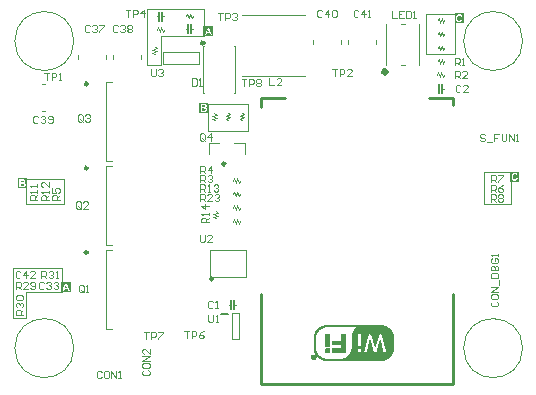
<source format=gto>
G04*
G04 #@! TF.GenerationSoftware,Altium Limited,Altium Designer,20.1.8 (145)*
G04*
G04 Layer_Color=16777215*
%FSAX44Y44*%
%MOMM*%
G71*
G04*
G04 #@! TF.SameCoordinates,BC819849-6B9C-4E92-9E7B-26ABC9CEBC8F*
G04*
G04*
G04 #@! TF.FilePolarity,Positive*
G04*
G01*
G75*
%ADD10C,0.2500*%
%ADD11C,0.5000*%
%ADD12C,0.1016*%
%ADD13C,0.1270*%
%ADD14C,0.0127*%
%ADD15C,0.2540*%
%ADD16C,0.2032*%
G36*
X00431953Y00170632D02*
X00424264D01*
Y00179403D01*
X00431953D01*
Y00170632D01*
D02*
G37*
G36*
X00385047Y00304908D02*
X00377358D01*
Y00313679D01*
X00385047D01*
Y00304908D01*
D02*
G37*
G36*
X00015289Y00165448D02*
X00007815D01*
Y00173984D01*
X00015289D01*
Y00165448D01*
D02*
G37*
G36*
X00168871Y00229052D02*
X00161398D01*
Y00237587D01*
X00168871D01*
Y00229052D01*
D02*
G37*
G36*
X00052788Y00077191D02*
X00044234D01*
Y00085726D01*
X00052788D01*
Y00077191D01*
D02*
G37*
G36*
X00173227Y00293904D02*
X00164673D01*
Y00302440D01*
X00173227D01*
Y00293904D01*
D02*
G37*
%LPC*%
G36*
X00428428Y00178386D02*
X00428315D01*
X00428071Y00178377D01*
X00427827Y00178349D01*
X00427611Y00178302D01*
X00427394Y00178246D01*
X00427206Y00178180D01*
X00427018Y00178104D01*
X00426859Y00178020D01*
X00426708Y00177935D01*
X00426567Y00177851D01*
X00426455Y00177766D01*
X00426351Y00177691D01*
X00426267Y00177625D01*
X00426201Y00177569D01*
X00426154Y00177522D01*
X00426126Y00177494D01*
X00426116Y00177484D01*
X00425966Y00177306D01*
X00425844Y00177118D01*
X00425731Y00176920D01*
X00425637Y00176714D01*
X00425552Y00176497D01*
X00425487Y00176291D01*
X00425430Y00176084D01*
X00425383Y00175887D01*
X00425346Y00175689D01*
X00425327Y00175520D01*
X00425308Y00175360D01*
X00425289Y00175229D01*
Y00175116D01*
X00425280Y00175031D01*
Y00174956D01*
X00425289Y00174674D01*
X00425317Y00174411D01*
X00425355Y00174157D01*
X00425411Y00173932D01*
X00425468Y00173716D01*
X00425543Y00173509D01*
X00425618Y00173330D01*
X00425693Y00173171D01*
X00425769Y00173020D01*
X00425844Y00172889D01*
X00425919Y00172785D01*
X00425975Y00172691D01*
X00426032Y00172626D01*
X00426069Y00172569D01*
X00426097Y00172541D01*
X00426107Y00172532D01*
X00426267Y00172372D01*
X00426436Y00172240D01*
X00426614Y00172118D01*
X00426793Y00172024D01*
X00426971Y00171940D01*
X00427150Y00171864D01*
X00427319Y00171808D01*
X00427479Y00171761D01*
X00427639Y00171723D01*
X00427780Y00171695D01*
X00427911Y00171676D01*
X00428015Y00171667D01*
X00428109Y00171658D01*
X00428174Y00171648D01*
X00428231D01*
X00428428Y00171658D01*
X00428607Y00171667D01*
X00428785Y00171695D01*
X00428945Y00171733D01*
X00429095Y00171770D01*
X00429236Y00171808D01*
X00429368Y00171855D01*
X00429490Y00171911D01*
X00429594Y00171958D01*
X00429688Y00172005D01*
X00429772Y00172043D01*
X00429838Y00172080D01*
X00429894Y00172118D01*
X00429932Y00172146D01*
X00429951Y00172156D01*
X00429960Y00172165D01*
X00430082Y00172268D01*
X00430195Y00172381D01*
X00430402Y00172635D01*
X00430571Y00172898D01*
X00430702Y00173152D01*
X00430759Y00173274D01*
X00430806Y00173387D01*
X00430843Y00173490D01*
X00430881Y00173575D01*
X00430909Y00173650D01*
X00430928Y00173706D01*
X00430937Y00173744D01*
Y00173753D01*
X00429659Y00174148D01*
X00429584Y00173894D01*
X00429500Y00173678D01*
X00429415Y00173500D01*
X00429321Y00173349D01*
X00429246Y00173236D01*
X00429180Y00173161D01*
X00429133Y00173114D01*
X00429114Y00173095D01*
X00428964Y00172983D01*
X00428813Y00172908D01*
X00428663Y00172851D01*
X00428531Y00172804D01*
X00428409Y00172785D01*
X00428306Y00172776D01*
X00428268Y00172766D01*
X00428221D01*
X00428090Y00172776D01*
X00427968Y00172785D01*
X00427742Y00172851D01*
X00427545Y00172926D01*
X00427385Y00173030D01*
X00427253Y00173124D01*
X00427159Y00173199D01*
X00427122Y00173236D01*
X00427094Y00173265D01*
X00427084Y00173274D01*
X00427075Y00173283D01*
X00427000Y00173387D01*
X00426934Y00173509D01*
X00426868Y00173640D01*
X00426821Y00173782D01*
X00426746Y00174073D01*
X00426689Y00174364D01*
X00426671Y00174505D01*
X00426661Y00174627D01*
X00426642Y00174750D01*
Y00174853D01*
X00426633Y00174928D01*
Y00174994D01*
Y00175041D01*
Y00175050D01*
X00426642Y00175266D01*
X00426652Y00175464D01*
X00426671Y00175642D01*
X00426699Y00175811D01*
X00426736Y00175962D01*
X00426774Y00176103D01*
X00426812Y00176225D01*
X00426859Y00176338D01*
X00426896Y00176432D01*
X00426934Y00176516D01*
X00426971Y00176582D01*
X00427009Y00176639D01*
X00427037Y00176685D01*
X00427056Y00176714D01*
X00427075Y00176732D01*
Y00176742D01*
X00427159Y00176836D01*
X00427253Y00176920D01*
X00427347Y00176986D01*
X00427451Y00177043D01*
X00427648Y00177137D01*
X00427836Y00177202D01*
X00427996Y00177240D01*
X00428071Y00177249D01*
X00428127Y00177259D01*
X00428184Y00177268D01*
X00428250D01*
X00428438Y00177259D01*
X00428607Y00177221D01*
X00428757Y00177174D01*
X00428889Y00177118D01*
X00428992Y00177061D01*
X00429067Y00177014D01*
X00429114Y00176977D01*
X00429133Y00176967D01*
X00429255Y00176855D01*
X00429368Y00176723D01*
X00429453Y00176591D01*
X00429518Y00176460D01*
X00429565Y00176347D01*
X00429594Y00176262D01*
X00429612Y00176225D01*
Y00176197D01*
X00429622Y00176187D01*
Y00176178D01*
X00430919Y00176488D01*
X00430825Y00176761D01*
X00430721Y00176996D01*
X00430608Y00177202D01*
X00430505Y00177372D01*
X00430402Y00177503D01*
X00430364Y00177560D01*
X00430326Y00177607D01*
X00430298Y00177635D01*
X00430270Y00177663D01*
X00430261Y00177682D01*
X00430251D01*
X00430110Y00177804D01*
X00429951Y00177917D01*
X00429800Y00178011D01*
X00429641Y00178086D01*
X00429471Y00178161D01*
X00429311Y00178217D01*
X00429152Y00178264D01*
X00429001Y00178302D01*
X00428860Y00178330D01*
X00428729Y00178349D01*
X00428616Y00178368D01*
X00428513Y00178377D01*
X00428428Y00178386D01*
D02*
G37*
G36*
X00381522Y00312663D02*
X00381409D01*
X00381165Y00312653D01*
X00380921Y00312625D01*
X00380705Y00312578D01*
X00380489Y00312522D01*
X00380300Y00312456D01*
X00380112Y00312381D01*
X00379953Y00312296D01*
X00379802Y00312212D01*
X00379661Y00312127D01*
X00379549Y00312042D01*
X00379445Y00311967D01*
X00379361Y00311901D01*
X00379295Y00311845D01*
X00379248Y00311798D01*
X00379220Y00311770D01*
X00379210Y00311761D01*
X00379060Y00311582D01*
X00378938Y00311394D01*
X00378825Y00311197D01*
X00378731Y00310990D01*
X00378647Y00310774D01*
X00378581Y00310567D01*
X00378524Y00310360D01*
X00378477Y00310163D01*
X00378440Y00309965D01*
X00378421Y00309796D01*
X00378402Y00309636D01*
X00378383Y00309505D01*
Y00309392D01*
X00378374Y00309308D01*
Y00309232D01*
X00378383Y00308951D01*
X00378411Y00308687D01*
X00378449Y00308434D01*
X00378506Y00308208D01*
X00378562Y00307992D01*
X00378637Y00307785D01*
X00378712Y00307607D01*
X00378787Y00307447D01*
X00378863Y00307296D01*
X00378938Y00307165D01*
X00379013Y00307062D01*
X00379069Y00306968D01*
X00379126Y00306902D01*
X00379163Y00306845D01*
X00379192Y00306817D01*
X00379201Y00306808D01*
X00379361Y00306648D01*
X00379530Y00306516D01*
X00379708Y00306394D01*
X00379887Y00306300D01*
X00380066Y00306216D01*
X00380244Y00306140D01*
X00380413Y00306084D01*
X00380573Y00306037D01*
X00380733Y00306000D01*
X00380874Y00305971D01*
X00381005Y00305952D01*
X00381109Y00305943D01*
X00381203Y00305934D01*
X00381269Y00305924D01*
X00381325D01*
X00381522Y00305934D01*
X00381701Y00305943D01*
X00381879Y00305971D01*
X00382039Y00306009D01*
X00382189Y00306047D01*
X00382331Y00306084D01*
X00382462Y00306131D01*
X00382584Y00306187D01*
X00382688Y00306234D01*
X00382782Y00306281D01*
X00382866Y00306319D01*
X00382932Y00306357D01*
X00382988Y00306394D01*
X00383026Y00306422D01*
X00383045Y00306432D01*
X00383054Y00306441D01*
X00383176Y00306545D01*
X00383289Y00306657D01*
X00383496Y00306911D01*
X00383665Y00307174D01*
X00383797Y00307428D01*
X00383853Y00307550D01*
X00383900Y00307663D01*
X00383937Y00307766D01*
X00383975Y00307851D01*
X00384003Y00307926D01*
X00384022Y00307983D01*
X00384031Y00308020D01*
Y00308029D01*
X00382753Y00308424D01*
X00382678Y00308170D01*
X00382594Y00307954D01*
X00382509Y00307776D01*
X00382415Y00307625D01*
X00382340Y00307513D01*
X00382274Y00307437D01*
X00382227Y00307390D01*
X00382208Y00307372D01*
X00382058Y00307259D01*
X00381908Y00307184D01*
X00381757Y00307127D01*
X00381626Y00307080D01*
X00381503Y00307062D01*
X00381400Y00307052D01*
X00381362Y00307043D01*
X00381315D01*
X00381184Y00307052D01*
X00381062Y00307062D01*
X00380836Y00307127D01*
X00380639Y00307202D01*
X00380479Y00307306D01*
X00380348Y00307400D01*
X00380253Y00307475D01*
X00380216Y00307513D01*
X00380188Y00307541D01*
X00380178Y00307550D01*
X00380169Y00307560D01*
X00380094Y00307663D01*
X00380028Y00307785D01*
X00379962Y00307917D01*
X00379915Y00308058D01*
X00379840Y00308349D01*
X00379784Y00308640D01*
X00379765Y00308781D01*
X00379755Y00308904D01*
X00379737Y00309026D01*
Y00309129D01*
X00379727Y00309204D01*
Y00309270D01*
Y00309317D01*
Y00309326D01*
X00379737Y00309543D01*
X00379746Y00309740D01*
X00379765Y00309918D01*
X00379793Y00310088D01*
X00379831Y00310238D01*
X00379868Y00310379D01*
X00379906Y00310501D01*
X00379953Y00310614D01*
X00379990Y00310708D01*
X00380028Y00310793D01*
X00380066Y00310858D01*
X00380103Y00310915D01*
X00380131Y00310962D01*
X00380150Y00310990D01*
X00380169Y00311009D01*
Y00311018D01*
X00380253Y00311112D01*
X00380348Y00311197D01*
X00380442Y00311262D01*
X00380545Y00311319D01*
X00380742Y00311413D01*
X00380930Y00311479D01*
X00381090Y00311516D01*
X00381165Y00311525D01*
X00381222Y00311535D01*
X00381278Y00311544D01*
X00381344D01*
X00381532Y00311535D01*
X00381701Y00311497D01*
X00381851Y00311450D01*
X00381983Y00311394D01*
X00382086Y00311338D01*
X00382161Y00311291D01*
X00382208Y00311253D01*
X00382227Y00311244D01*
X00382349Y00311131D01*
X00382462Y00310999D01*
X00382547Y00310868D01*
X00382612Y00310736D01*
X00382659Y00310623D01*
X00382688Y00310539D01*
X00382706Y00310501D01*
Y00310473D01*
X00382716Y00310464D01*
Y00310454D01*
X00384013Y00310764D01*
X00383919Y00311037D01*
X00383815Y00311272D01*
X00383703Y00311479D01*
X00383599Y00311648D01*
X00383496Y00311779D01*
X00383458Y00311836D01*
X00383421Y00311883D01*
X00383392Y00311911D01*
X00383364Y00311939D01*
X00383355Y00311958D01*
X00383345D01*
X00383204Y00312080D01*
X00383045Y00312193D01*
X00382894Y00312287D01*
X00382735Y00312362D01*
X00382565Y00312437D01*
X00382406Y00312493D01*
X00382246Y00312540D01*
X00382095Y00312578D01*
X00381955Y00312606D01*
X00381823Y00312625D01*
X00381710Y00312644D01*
X00381607Y00312653D01*
X00381522Y00312663D01*
D02*
G37*
G36*
X00011688Y00172968D02*
X00008831D01*
Y00166465D01*
X00011651D01*
X00011810Y00166474D01*
X00012092D01*
X00012205Y00166483D01*
X00012384D01*
X00012449Y00166493D01*
X00012543D01*
X00012581Y00166502D01*
X00012618D01*
X00012807Y00166530D01*
X00012976Y00166577D01*
X00013126Y00166624D01*
X00013258Y00166681D01*
X00013361Y00166728D01*
X00013436Y00166775D01*
X00013483Y00166803D01*
X00013502Y00166812D01*
X00013634Y00166916D01*
X00013737Y00167028D01*
X00013840Y00167132D01*
X00013915Y00167244D01*
X00013981Y00167339D01*
X00014028Y00167414D01*
X00014056Y00167461D01*
X00014066Y00167479D01*
X00014132Y00167639D01*
X00014188Y00167790D01*
X00014226Y00167940D01*
X00014244Y00168072D01*
X00014263Y00168184D01*
X00014273Y00168269D01*
Y00168344D01*
X00014263Y00168551D01*
X00014226Y00168739D01*
X00014169Y00168899D01*
X00014113Y00169049D01*
X00014056Y00169162D01*
X00014000Y00169246D01*
X00013962Y00169303D01*
X00013953Y00169321D01*
X00013822Y00169472D01*
X00013680Y00169594D01*
X00013521Y00169697D01*
X00013380Y00169773D01*
X00013248Y00169838D01*
X00013135Y00169885D01*
X00013098Y00169895D01*
X00013070Y00169904D01*
X00013051Y00169914D01*
X00013041D01*
X00013192Y00169998D01*
X00013323Y00170083D01*
X00013436Y00170186D01*
X00013530Y00170271D01*
X00013596Y00170355D01*
X00013652Y00170421D01*
X00013690Y00170468D01*
X00013699Y00170487D01*
X00013784Y00170637D01*
X00013850Y00170778D01*
X00013887Y00170919D01*
X00013925Y00171051D01*
X00013944Y00171164D01*
X00013953Y00171248D01*
Y00171304D01*
Y00171314D01*
Y00171323D01*
X00013944Y00171474D01*
X00013925Y00171624D01*
X00013887Y00171746D01*
X00013850Y00171859D01*
X00013812Y00171953D01*
X00013774Y00172028D01*
X00013756Y00172066D01*
X00013746Y00172085D01*
X00013671Y00172207D01*
X00013586Y00172310D01*
X00013502Y00172404D01*
X00013427Y00172489D01*
X00013352Y00172545D01*
X00013295Y00172592D01*
X00013258Y00172620D01*
X00013248Y00172630D01*
X00013135Y00172705D01*
X00013013Y00172761D01*
X00012901Y00172808D01*
X00012797Y00172846D01*
X00012703Y00172874D01*
X00012637Y00172893D01*
X00012590Y00172902D01*
X00012572D01*
X00012412Y00172921D01*
X00012233Y00172940D01*
X00012045Y00172949D01*
X00011857Y00172959D01*
X00011688Y00172968D01*
D02*
G37*
%LPD*%
G36*
X00011557Y00171878D02*
X00011801D01*
X00011857Y00171868D01*
X00011961D01*
X00011998Y00171859D01*
X00012008D01*
X00012120Y00171840D01*
X00012224Y00171812D01*
X00012308Y00171774D01*
X00012384Y00171737D01*
X00012431Y00171699D01*
X00012478Y00171662D01*
X00012496Y00171643D01*
X00012506Y00171633D01*
X00012562Y00171558D01*
X00012600Y00171474D01*
X00012637Y00171399D01*
X00012656Y00171323D01*
X00012665Y00171248D01*
X00012675Y00171192D01*
Y00171154D01*
Y00171145D01*
X00012665Y00171032D01*
X00012647Y00170929D01*
X00012609Y00170844D01*
X00012581Y00170769D01*
X00012543Y00170703D01*
X00012506Y00170665D01*
X00012487Y00170637D01*
X00012478Y00170628D01*
X00012402Y00170562D01*
X00012318Y00170515D01*
X00012233Y00170478D01*
X00012149Y00170449D01*
X00012064Y00170421D01*
X00012008Y00170412D01*
X00011970Y00170402D01*
X00011914D01*
X00011857Y00170393D01*
X00011566D01*
X00011406Y00170383D01*
X00010147D01*
Y00171887D01*
X00011453D01*
X00011557Y00171878D01*
D02*
G37*
G36*
X00011641Y00169293D02*
X00011754Y00169284D01*
X00011867D01*
X00011961Y00169275D01*
X00012045Y00169265D01*
X00012111Y00169256D01*
X00012177Y00169246D01*
X00012224Y00169237D01*
X00012299Y00169228D01*
X00012346Y00169209D01*
X00012355D01*
X00012449Y00169171D01*
X00012534Y00169124D01*
X00012609Y00169077D01*
X00012665Y00169021D01*
X00012713Y00168983D01*
X00012741Y00168946D01*
X00012759Y00168917D01*
X00012769Y00168908D01*
X00012816Y00168823D01*
X00012853Y00168739D01*
X00012882Y00168664D01*
X00012901Y00168579D01*
X00012910Y00168513D01*
X00012919Y00168457D01*
Y00168419D01*
Y00168410D01*
X00012910Y00168288D01*
X00012891Y00168175D01*
X00012863Y00168081D01*
X00012825Y00168006D01*
X00012788Y00167940D01*
X00012759Y00167893D01*
X00012741Y00167865D01*
X00012731Y00167855D01*
X00012656Y00167790D01*
X00012581Y00167733D01*
X00012496Y00167686D01*
X00012421Y00167649D01*
X00012355Y00167630D01*
X00012299Y00167611D01*
X00012261Y00167602D01*
X00012252D01*
X00012214Y00167592D01*
X00012158D01*
X00012036Y00167583D01*
X00011885Y00167574D01*
X00011735D01*
X00011594Y00167564D01*
X00010147D01*
Y00169303D01*
X00011510D01*
X00011641Y00169293D01*
D02*
G37*
%LPC*%
G36*
X00165271Y00236571D02*
X00162414D01*
Y00230068D01*
X00165233D01*
X00165393Y00230077D01*
X00165675D01*
X00165788Y00230086D01*
X00165966D01*
X00166032Y00230096D01*
X00166126D01*
X00166164Y00230105D01*
X00166201D01*
X00166389Y00230133D01*
X00166558Y00230180D01*
X00166709Y00230228D01*
X00166840Y00230284D01*
X00166944Y00230331D01*
X00167019Y00230378D01*
X00167066Y00230406D01*
X00167085Y00230415D01*
X00167216Y00230519D01*
X00167320Y00230632D01*
X00167423Y00230735D01*
X00167498Y00230848D01*
X00167564Y00230942D01*
X00167611Y00231017D01*
X00167639Y00231064D01*
X00167648Y00231083D01*
X00167714Y00231243D01*
X00167771Y00231393D01*
X00167808Y00231543D01*
X00167827Y00231675D01*
X00167846Y00231788D01*
X00167855Y00231872D01*
Y00231947D01*
X00167846Y00232154D01*
X00167808Y00232342D01*
X00167752Y00232502D01*
X00167695Y00232652D01*
X00167639Y00232765D01*
X00167583Y00232850D01*
X00167545Y00232906D01*
X00167536Y00232925D01*
X00167404Y00233075D01*
X00167263Y00233197D01*
X00167103Y00233301D01*
X00166962Y00233376D01*
X00166831Y00233442D01*
X00166718Y00233489D01*
X00166680Y00233498D01*
X00166652Y00233507D01*
X00166633Y00233517D01*
X00166624D01*
X00166774Y00233601D01*
X00166906Y00233686D01*
X00167019Y00233789D01*
X00167113Y00233874D01*
X00167178Y00233958D01*
X00167235Y00234024D01*
X00167272Y00234071D01*
X00167282Y00234090D01*
X00167367Y00234240D01*
X00167432Y00234381D01*
X00167470Y00234522D01*
X00167507Y00234654D01*
X00167526Y00234767D01*
X00167536Y00234851D01*
Y00234908D01*
Y00234917D01*
Y00234926D01*
X00167526Y00235077D01*
X00167507Y00235227D01*
X00167470Y00235349D01*
X00167432Y00235462D01*
X00167395Y00235556D01*
X00167357Y00235631D01*
X00167338Y00235669D01*
X00167329Y00235688D01*
X00167254Y00235810D01*
X00167169Y00235913D01*
X00167085Y00236007D01*
X00167009Y00236092D01*
X00166934Y00236148D01*
X00166878Y00236195D01*
X00166840Y00236223D01*
X00166831Y00236233D01*
X00166718Y00236308D01*
X00166596Y00236364D01*
X00166483Y00236411D01*
X00166380Y00236449D01*
X00166286Y00236477D01*
X00166220Y00236496D01*
X00166173Y00236505D01*
X00166154D01*
X00165994Y00236524D01*
X00165816Y00236543D01*
X00165628Y00236552D01*
X00165440Y00236562D01*
X00165271Y00236571D01*
D02*
G37*
%LPD*%
G36*
X00165139Y00235481D02*
X00165383D01*
X00165440Y00235472D01*
X00165543D01*
X00165581Y00235462D01*
X00165590D01*
X00165703Y00235443D01*
X00165806Y00235415D01*
X00165891Y00235378D01*
X00165966Y00235340D01*
X00166013Y00235302D01*
X00166060Y00235265D01*
X00166079Y00235246D01*
X00166088Y00235237D01*
X00166145Y00235161D01*
X00166182Y00235077D01*
X00166220Y00235002D01*
X00166239Y00234926D01*
X00166248Y00234851D01*
X00166257Y00234795D01*
Y00234757D01*
Y00234748D01*
X00166248Y00234635D01*
X00166229Y00234532D01*
X00166192Y00234447D01*
X00166164Y00234372D01*
X00166126Y00234306D01*
X00166088Y00234269D01*
X00166070Y00234240D01*
X00166060Y00234231D01*
X00165985Y00234165D01*
X00165900Y00234118D01*
X00165816Y00234081D01*
X00165731Y00234053D01*
X00165647Y00234024D01*
X00165590Y00234015D01*
X00165553Y00234006D01*
X00165496D01*
X00165440Y00233996D01*
X00165149D01*
X00164989Y00233987D01*
X00163729D01*
Y00235490D01*
X00165036D01*
X00165139Y00235481D01*
D02*
G37*
G36*
X00165224Y00232896D02*
X00165336Y00232887D01*
X00165449D01*
X00165543Y00232878D01*
X00165628Y00232868D01*
X00165694Y00232859D01*
X00165759Y00232850D01*
X00165806Y00232840D01*
X00165882Y00232831D01*
X00165929Y00232812D01*
X00165938D01*
X00166032Y00232774D01*
X00166117Y00232727D01*
X00166192Y00232680D01*
X00166248Y00232624D01*
X00166295Y00232586D01*
X00166323Y00232549D01*
X00166342Y00232521D01*
X00166352Y00232511D01*
X00166399Y00232427D01*
X00166436Y00232342D01*
X00166464Y00232267D01*
X00166483Y00232182D01*
X00166493Y00232117D01*
X00166502Y00232060D01*
Y00232022D01*
Y00232013D01*
X00166493Y00231891D01*
X00166474Y00231778D01*
X00166446Y00231684D01*
X00166408Y00231609D01*
X00166370Y00231543D01*
X00166342Y00231496D01*
X00166323Y00231468D01*
X00166314Y00231459D01*
X00166239Y00231393D01*
X00166164Y00231336D01*
X00166079Y00231290D01*
X00166004Y00231252D01*
X00165938Y00231233D01*
X00165882Y00231214D01*
X00165844Y00231205D01*
X00165835D01*
X00165797Y00231196D01*
X00165741D01*
X00165618Y00231186D01*
X00165468Y00231177D01*
X00165318D01*
X00165177Y00231167D01*
X00163729D01*
Y00232906D01*
X00165092D01*
X00165224Y00232896D01*
D02*
G37*
%LPC*%
G36*
X00049159Y00084710D02*
X00047768D01*
X00045250Y00078207D01*
X00046641D01*
X00047176Y00079682D01*
X00049789D01*
X00050353Y00078207D01*
X00051772D01*
X00049159Y00084710D01*
D02*
G37*
%LPD*%
G36*
X00049366Y00080782D02*
X00047571D01*
X00048454Y00083197D01*
X00049366Y00080782D01*
D02*
G37*
%LPC*%
G36*
X00169598Y00301424D02*
X00168207D01*
X00165688Y00294921D01*
X00167079D01*
X00167615Y00296396D01*
X00170228D01*
X00170792Y00294921D01*
X00172211D01*
X00169598Y00301424D01*
D02*
G37*
%LPD*%
G36*
X00169805Y00297496D02*
X00168010D01*
X00168893Y00299911D01*
X00169805Y00297496D01*
D02*
G37*
D10*
X00172686Y00088706D02*
G03*
X00172686Y00088706I-00001250J00000000D01*
G01*
X00165010Y00288352D02*
G03*
X00165010Y00288352I-00001250J00000000D01*
G01*
X00066845Y00111138D02*
G03*
X00066845Y00111138I-00001250J00000000D01*
G01*
Y00182411D02*
G03*
X00066845Y00182411I-00001250J00000000D01*
G01*
Y00253683D02*
G03*
X00066845Y00253683I-00001250J00000000D01*
G01*
X00183256Y00186055D02*
G03*
X00183256Y00186055I-00001250J00000000D01*
G01*
D11*
X00319220Y00263926D02*
G03*
X00319220Y00263926I-00001000J00000000D01*
G01*
D12*
X00435000Y00290000D02*
G03*
X00435000Y00290000I-00025000J00000000D01*
G01*
X00167054Y00288192D02*
G03*
X00167054Y00288192I-00001250J00000000D01*
G01*
X00435000Y00030000D02*
G03*
X00435000Y00030000I-00025000J00000000D01*
G01*
X00055000D02*
G03*
X00055000Y00030000I-00025000J00000000D01*
G01*
Y00290000D02*
G03*
X00055000Y00290000I-00025000J00000000D01*
G01*
X00362920Y00295990D02*
X00363936Y00297768D01*
X00365206Y00293958D01*
X00366476Y00297768D01*
X00367746Y00293958D01*
X00368668Y00296031D01*
X00014797Y00173476D02*
X00046293D01*
X00014797Y00151641D02*
Y00173476D01*
X00402218Y00178896D02*
X00424768D01*
Y00152085D02*
Y00178896D01*
X00353442Y00313173D02*
X00377860D01*
Y00278828D02*
Y00313173D01*
X00353442Y00278828D02*
X00377860D01*
X00353442D02*
Y00313173D01*
X00402218Y00152085D02*
Y00178896D01*
Y00152085D02*
X00424768D01*
X00367746Y00282375D02*
X00368668Y00284449D01*
X00366476Y00286185D02*
X00367746Y00282375D01*
X00365206D02*
X00366476Y00286185D01*
X00363936D02*
X00365206Y00282375D01*
X00362920Y00284407D02*
X00363936Y00286185D01*
X00367746Y00305460D02*
X00368668Y00307534D01*
X00366476Y00309270D02*
X00367746Y00305460D01*
X00365206D02*
X00366476Y00309270D01*
X00363936D02*
X00365206Y00305460D01*
X00362920Y00307492D02*
X00363936Y00309270D01*
X00367746Y00270872D02*
X00368668Y00272946D01*
X00366476Y00274682D02*
X00367746Y00270872D01*
X00365206D02*
X00366476Y00274682D01*
X00363936D02*
X00365206Y00270872D01*
X00362920Y00272904D02*
X00363936Y00274682D01*
X00169906Y00090414D02*
X00200906D01*
X00169906Y00113414D02*
X00200906D01*
X00169906Y00090414D02*
Y00113414D01*
X00200906Y00090414D02*
Y00113414D01*
X00027944Y00230441D02*
X00030944D01*
X00027944Y00253941D02*
X00030944D01*
X00319460Y00269536D02*
Y00304536D01*
X00347460Y00269536D02*
Y00304536D01*
X00331936Y00304312D02*
X00334984D01*
X00331936Y00269514D02*
X00334984D01*
X00111734Y00275086D02*
Y00278086D01*
X00088234Y00275086D02*
Y00278086D01*
X00257521Y00287644D02*
Y00290644D01*
X00281021Y00287644D02*
Y00290644D01*
X00082271Y00275086D02*
Y00278086D01*
X00058771Y00275086D02*
Y00278086D01*
X00287024Y00287644D02*
Y00290644D01*
X00310523Y00287644D02*
Y00290644D01*
X00081978Y00255434D02*
X00087727D01*
X00081978Y00188433D02*
Y00255434D01*
Y00188433D02*
X00087727D01*
X00123563Y00284912D02*
X00125341Y00283896D01*
X00121531Y00282626D02*
X00125341Y00283896D01*
X00121531Y00282626D02*
X00125341Y00281356D01*
X00121531Y00280086D02*
X00125341Y00281356D01*
X00121531Y00280086D02*
X00123605Y00279164D01*
X00125641Y00299688D02*
X00126563Y00301762D01*
X00127833Y00297952D01*
X00129103Y00301762D01*
X00130373Y00297952D01*
X00131389Y00299730D01*
X00125801Y00310980D02*
X00127325D01*
X00129865D02*
X00131389D01*
X00116875Y00269784D02*
X00128960D01*
X00116875D02*
Y00316734D01*
X00154912Y00309372D02*
X00155834Y00311446D01*
X00153642Y00313182D02*
X00154912Y00309372D01*
X00152372D02*
X00153642Y00313182D01*
X00151102D02*
X00152372Y00309372D01*
X00150086Y00311404D02*
X00151102Y00313182D01*
X00130260Y00270602D02*
Y00280602D01*
X00161260Y00270602D02*
Y00280602D01*
X00130260Y00270602D02*
X00161260D01*
X00130260Y00280602D02*
X00161260D01*
X00046293Y00151641D02*
Y00173476D01*
X00014797Y00151641D02*
X00046293D01*
X00168364Y00213822D02*
Y00237078D01*
Y00213822D02*
X00202669D01*
Y00237078D01*
X00168364D02*
X00202669D01*
X00044726Y00077691D02*
Y00097522D01*
X00003812D02*
X00044726D01*
X00003812Y00055612D02*
X00014144D01*
X00003812D02*
Y00097522D01*
X00014144Y00055612D02*
Y00077691D01*
X00044726D01*
X00128960Y00294417D02*
X00165101D01*
X00128960Y00269784D02*
Y00294417D01*
X00164750Y00245840D02*
Y00285840D01*
X00191750Y00245840D02*
Y00285840D01*
X00164750Y00245840D02*
X00165492D01*
X00164750Y00285840D02*
X00165492D01*
X00191008Y00245840D02*
X00191750D01*
X00191008Y00285840D02*
X00191750D01*
X00362920Y00249464D02*
X00364444D01*
X00366984D02*
X00368508D01*
X00367492Y00259624D02*
X00368508Y00261402D01*
X00366222Y00263434D02*
X00367492Y00259624D01*
X00364952D02*
X00366222Y00263434D01*
X00363682D02*
X00364952Y00259624D01*
X00362760Y00261360D02*
X00363682Y00263434D01*
X00150086Y00300257D02*
X00151610D01*
X00154150D02*
X00155674D01*
X00190676Y00066712D02*
X00192200D01*
X00186612D02*
X00188136D01*
X00081978Y00112888D02*
X00087727D01*
X00081978Y00045889D02*
Y00112888D01*
Y00045889D02*
X00087727D01*
X00081978Y00117161D02*
X00087727D01*
X00081978D02*
Y00184161D01*
X00087727D01*
X00173228Y00140979D02*
X00175006Y00139963D01*
X00173228Y00140979D02*
X00177038Y00142249D01*
X00173228Y00143519D02*
X00177038Y00142249D01*
X00173228Y00143519D02*
X00177038Y00144789D01*
X00174964Y00145711D02*
X00177038Y00144789D01*
X00194582Y00146959D02*
X00195598Y00148737D01*
X00193312Y00150769D02*
X00194582Y00146959D01*
X00192042D02*
X00193312Y00150769D01*
X00190772D02*
X00192042Y00146959D01*
X00189850Y00148696D02*
X00190772Y00150769D01*
X00183804Y00224110D02*
X00185581Y00223094D01*
X00183804Y00224110D02*
X00187614Y00225380D01*
X00183804Y00226650D02*
X00187614Y00225380D01*
X00183804Y00226650D02*
X00187614Y00227920D01*
X00185540Y00228842D02*
X00187614Y00227920D01*
X00174079Y00228682D02*
X00175857Y00227666D01*
X00172047Y00226396D02*
X00175857Y00227666D01*
X00172047Y00226396D02*
X00175857Y00225126D01*
X00172047Y00223856D02*
X00175857Y00225126D01*
X00172047Y00223856D02*
X00174121Y00222934D01*
X00169506Y00194055D02*
Y00204055D01*
X00178248D01*
X00199506Y00194055D02*
Y00204055D01*
X00190764D02*
X00199506D01*
X00197042Y00228842D02*
X00199116Y00227920D01*
X00195306Y00226650D02*
X00199116Y00227920D01*
X00195306Y00226650D02*
X00199116Y00225380D01*
X00195306Y00224110D02*
X00199116Y00225380D01*
X00195306Y00224110D02*
X00197084Y00223094D01*
X00189832Y00160232D02*
X00190754Y00162306D01*
X00192024Y00158496D01*
X00193294Y00162306D01*
X00194564Y00158496D01*
X00195580Y00160274D01*
X00189832Y00171662D02*
X00190754Y00173736D01*
X00192024Y00169926D01*
X00193294Y00173736D01*
X00194564Y00169926D01*
X00195580Y00171704D01*
X00197526Y00260128D02*
X00250527D01*
X00197526Y00312128D02*
X00250527D01*
X00188906Y00059494D02*
X00194906D01*
X00188906Y00037494D02*
X00194906D01*
X00188906D02*
Y00059494D01*
X00194906Y00037494D02*
Y00059494D01*
X00194836Y00135142D02*
X00195758Y00137216D01*
X00193566Y00138952D02*
X00194836Y00135142D01*
X00192296D02*
X00193566Y00138952D01*
X00191026D02*
X00192296Y00135142D01*
X00190010Y00137174D02*
X00191026Y00138952D01*
X00116875Y00316734D02*
X00165101D01*
Y00294417D02*
Y00316734D01*
X00024883Y00225785D02*
X00023867Y00226800D01*
X00021836D01*
X00020820Y00225785D01*
Y00221722D01*
X00021836Y00220706D01*
X00023867D01*
X00024883Y00221722D01*
X00026914Y00225785D02*
X00027930Y00226800D01*
X00029961D01*
X00030977Y00225785D01*
Y00224769D01*
X00029961Y00223753D01*
X00028945D01*
X00029961D01*
X00030977Y00222738D01*
Y00221722D01*
X00029961Y00220706D01*
X00027930D01*
X00026914Y00221722D01*
X00033008D02*
X00034024Y00220706D01*
X00036055D01*
X00037071Y00221722D01*
Y00225785D01*
X00036055Y00226800D01*
X00034024D01*
X00033008Y00225785D01*
Y00224769D01*
X00034024Y00223753D01*
X00037071D01*
X00009812Y00094344D02*
X00008796Y00095360D01*
X00006765D01*
X00005749Y00094344D01*
Y00090281D01*
X00006765Y00089266D01*
X00008796D01*
X00009812Y00090281D01*
X00014890Y00089266D02*
Y00095360D01*
X00011843Y00092313D01*
X00015906D01*
X00022000Y00089266D02*
X00017937D01*
X00022000Y00093328D01*
Y00094344D01*
X00020984Y00095360D01*
X00018953D01*
X00017937Y00094344D01*
X00295905Y00315259D02*
X00294889Y00316275D01*
X00292858D01*
X00291842Y00315259D01*
Y00311196D01*
X00292858Y00310181D01*
X00294889D01*
X00295905Y00311196D01*
X00300983Y00310181D02*
Y00316275D01*
X00297936Y00313228D01*
X00301999D01*
X00304030Y00310181D02*
X00306061D01*
X00305046D01*
Y00316275D01*
X00304030Y00315259D01*
X00169121Y00136391D02*
X00163027D01*
Y00139438D01*
X00164043Y00140454D01*
X00166074D01*
X00167090Y00139438D01*
Y00136391D01*
Y00138423D02*
X00169121Y00140454D01*
Y00142486D02*
Y00144517D01*
Y00143501D01*
X00163027D01*
X00164043Y00142486D01*
X00169121Y00150611D02*
X00163027D01*
X00166074Y00147564D01*
Y00151627D01*
X00162119Y00162465D02*
Y00168559D01*
X00165166D01*
X00166182Y00167543D01*
Y00165512D01*
X00165166Y00164496D01*
X00162119D01*
X00164151D02*
X00166182Y00162465D01*
X00168213D02*
X00170245D01*
X00169229D01*
Y00168559D01*
X00168213Y00167543D01*
X00173292D02*
X00174307Y00168559D01*
X00176339D01*
X00177355Y00167543D01*
Y00166527D01*
X00176339Y00165512D01*
X00175323D01*
X00176339D01*
X00177355Y00164496D01*
Y00163480D01*
X00176339Y00162465D01*
X00174307D01*
X00173292Y00163480D01*
X00033643Y00155299D02*
X00027549D01*
Y00158346D01*
X00028564Y00159361D01*
X00030596D01*
X00031611Y00158346D01*
Y00155299D01*
Y00157330D02*
X00033643Y00159361D01*
Y00161393D02*
Y00163424D01*
Y00162408D01*
X00027549D01*
X00028564Y00161393D01*
X00033643Y00170534D02*
Y00166471D01*
X00029580Y00170534D01*
X00028564D01*
X00027549Y00169518D01*
Y00167487D01*
X00028564Y00166471D01*
X00024065Y00155386D02*
X00017971D01*
Y00158433D01*
X00018987Y00159448D01*
X00021018D01*
X00022034Y00158433D01*
Y00155386D01*
Y00157417D02*
X00024065Y00159448D01*
Y00161480D02*
Y00163511D01*
Y00162495D01*
X00017971D01*
X00018987Y00161480D01*
X00024065Y00166558D02*
Y00168589D01*
Y00167574D01*
X00017971D01*
X00018987Y00166558D01*
X00165660Y00206643D02*
Y00210705D01*
X00164644Y00211721D01*
X00162613D01*
X00161597Y00210705D01*
Y00206643D01*
X00162613Y00205627D01*
X00164644D01*
X00163628Y00207658D02*
X00165660Y00205627D01*
X00164644D02*
X00165660Y00206643D01*
X00170738Y00205627D02*
Y00211721D01*
X00167691Y00208674D01*
X00171754D01*
X00062483Y00222758D02*
Y00226820D01*
X00061467Y00227836D01*
X00059436D01*
X00058420Y00226820D01*
Y00222758D01*
X00059436Y00221742D01*
X00061467D01*
X00060451Y00223773D02*
X00062483Y00221742D01*
X00061467D02*
X00062483Y00222758D01*
X00064514Y00226820D02*
X00065530Y00227836D01*
X00067561D01*
X00068577Y00226820D01*
Y00225805D01*
X00067561Y00224789D01*
X00066545D01*
X00067561D01*
X00068577Y00223773D01*
Y00222758D01*
X00067561Y00221742D01*
X00065530D01*
X00064514Y00222758D01*
X00060939Y00149078D02*
Y00153140D01*
X00059923Y00154156D01*
X00057892D01*
X00056876Y00153140D01*
Y00149078D01*
X00057892Y00148062D01*
X00059923D01*
X00058907Y00150093D02*
X00060939Y00148062D01*
X00059923D02*
X00060939Y00149078D01*
X00067033Y00148062D02*
X00062970D01*
X00067033Y00152125D01*
Y00153140D01*
X00066017Y00154156D01*
X00063986D01*
X00062970Y00153140D01*
X00063313Y00078266D02*
Y00082328D01*
X00062297Y00083344D01*
X00060266D01*
X00059250Y00082328D01*
Y00078266D01*
X00060266Y00077250D01*
X00062297D01*
X00061281Y00079281D02*
X00063313Y00077250D01*
X00062297D02*
X00063313Y00078266D01*
X00065344Y00077250D02*
X00067375D01*
X00066360D01*
Y00083344D01*
X00065344Y00082328D01*
X00168977Y00057853D02*
Y00052775D01*
X00169992Y00051759D01*
X00172024D01*
X00173039Y00052775D01*
Y00057853D01*
X00175071Y00051759D02*
X00177102D01*
X00176086D01*
Y00057853D01*
X00175071Y00056838D01*
X00402886Y00210239D02*
X00401870Y00211255D01*
X00399839D01*
X00398823Y00210239D01*
Y00209223D01*
X00399839Y00208208D01*
X00401870D01*
X00402886Y00207192D01*
Y00206176D01*
X00401870Y00205161D01*
X00399839D01*
X00398823Y00206176D01*
X00404917Y00204145D02*
X00408980D01*
X00415074Y00211255D02*
X00411011D01*
Y00208208D01*
X00413043D01*
X00411011D01*
Y00205161D01*
X00417105Y00211255D02*
Y00206176D01*
X00418121Y00205161D01*
X00420152D01*
X00421168Y00206176D01*
Y00211255D01*
X00423199Y00205161D02*
Y00211255D01*
X00427262Y00205161D01*
Y00211255D01*
X00429293Y00205161D02*
X00431325D01*
X00430309D01*
Y00211255D01*
X00429293Y00210239D01*
X00042995Y00155348D02*
X00036901D01*
Y00158395D01*
X00037916Y00159411D01*
X00039948D01*
X00040963Y00158395D01*
Y00155348D01*
Y00157380D02*
X00042995Y00159411D01*
X00036901Y00165505D02*
Y00161442D01*
X00039948D01*
X00038932Y00163473D01*
Y00164489D01*
X00039948Y00165505D01*
X00041979D01*
X00042995Y00164489D01*
Y00162458D01*
X00041979Y00161442D01*
X00162203Y00170238D02*
Y00176332D01*
X00165250D01*
X00166266Y00175316D01*
Y00173284D01*
X00165250Y00172269D01*
X00162203D01*
X00164234D02*
X00166266Y00170238D01*
X00168297Y00175316D02*
X00169313Y00176332D01*
X00171344D01*
X00172360Y00175316D01*
Y00174300D01*
X00171344Y00173284D01*
X00170328D01*
X00171344D01*
X00172360Y00172269D01*
Y00171253D01*
X00171344Y00170238D01*
X00169313D01*
X00168297Y00171253D01*
X00162169Y00178152D02*
Y00184246D01*
X00165215D01*
X00166231Y00183230D01*
Y00181199D01*
X00165215Y00180183D01*
X00162169D01*
X00164200D02*
X00166231Y00178152D01*
X00171310D02*
Y00184246D01*
X00168263Y00181199D01*
X00172325D01*
X00377619Y00269517D02*
Y00275611D01*
X00380666D01*
X00381682Y00274595D01*
Y00272564D01*
X00380666Y00271548D01*
X00377619D01*
X00379650D02*
X00381682Y00269517D01*
X00383713D02*
X00385744D01*
X00384729D01*
Y00275611D01*
X00383713Y00274595D01*
X00377723Y00258287D02*
Y00264381D01*
X00380770D01*
X00381786Y00263365D01*
Y00261334D01*
X00380770Y00260318D01*
X00377723D01*
X00379754D02*
X00381786Y00258287D01*
X00387880D02*
X00383817D01*
X00387880Y00262350D01*
Y00263365D01*
X00386864Y00264381D01*
X00384833D01*
X00383817Y00263365D01*
X00408181Y00154062D02*
Y00160156D01*
X00411228D01*
X00412243Y00159141D01*
Y00157109D01*
X00411228Y00156094D01*
X00408181D01*
X00410212D02*
X00412243Y00154062D01*
X00414275Y00159141D02*
X00415290Y00160156D01*
X00417322D01*
X00418337Y00159141D01*
Y00158125D01*
X00417322Y00157109D01*
X00418337Y00156094D01*
Y00155078D01*
X00417322Y00154062D01*
X00415290D01*
X00414275Y00155078D01*
Y00156094D01*
X00415290Y00157109D01*
X00414275Y00158125D01*
Y00159141D01*
X00415290Y00157109D02*
X00417322D01*
X00408328Y00170470D02*
Y00176564D01*
X00411375D01*
X00412391Y00175548D01*
Y00173517D01*
X00411375Y00172501D01*
X00408328D01*
X00410359D02*
X00412391Y00170470D01*
X00414422Y00176564D02*
X00418484D01*
Y00175548D01*
X00414422Y00171485D01*
Y00170470D01*
X00408328Y00162266D02*
Y00168360D01*
X00411375D01*
X00412391Y00167344D01*
Y00165313D01*
X00411375Y00164297D01*
X00408328D01*
X00410359D02*
X00412391Y00162266D01*
X00418484Y00168360D02*
X00416453Y00167344D01*
X00414422Y00165313D01*
Y00163282D01*
X00415438Y00162266D01*
X00417469D01*
X00418484Y00163282D01*
Y00164297D01*
X00417469Y00165313D01*
X00414422D01*
X00324136Y00315801D02*
Y00309707D01*
X00328199D01*
X00334293Y00315801D02*
X00330230D01*
Y00309707D01*
X00334293D01*
X00330230Y00312754D02*
X00332262D01*
X00336324Y00315801D02*
Y00309707D01*
X00339371D01*
X00340387Y00310723D01*
Y00314786D01*
X00339371Y00315801D01*
X00336324D01*
X00342418Y00309707D02*
X00344450D01*
X00343434D01*
Y00315801D01*
X00342418Y00314786D01*
X00409176Y00069321D02*
X00408160Y00068305D01*
Y00066274D01*
X00409176Y00065258D01*
X00413238D01*
X00414254Y00066274D01*
Y00068305D01*
X00413238Y00069321D01*
X00408160Y00074399D02*
Y00072368D01*
X00409176Y00071352D01*
X00413238D01*
X00414254Y00072368D01*
Y00074399D01*
X00413238Y00075415D01*
X00409176D01*
X00408160Y00074399D01*
X00414254Y00077446D02*
X00408160D01*
X00414254Y00081509D01*
X00408160D01*
X00415270Y00083540D02*
Y00087603D01*
X00408160Y00089634D02*
X00414254D01*
Y00092681D01*
X00413238Y00093697D01*
X00409176D01*
X00408160Y00092681D01*
Y00089634D01*
Y00095728D02*
X00414254D01*
Y00098775D01*
X00413238Y00099791D01*
X00412223D01*
X00411207Y00098775D01*
Y00095728D01*
Y00098775D01*
X00410191Y00099791D01*
X00409176D01*
X00408160Y00098775D01*
Y00095728D01*
X00409176Y00105885D02*
X00408160Y00104869D01*
Y00102838D01*
X00409176Y00101822D01*
X00413238D01*
X00414254Y00102838D01*
Y00104869D01*
X00413238Y00105885D01*
X00411207D01*
Y00103854D01*
X00414254Y00107916D02*
Y00109948D01*
Y00108932D01*
X00408160D01*
X00409176Y00107916D01*
X00078465Y00009630D02*
X00077449Y00010646D01*
X00075418D01*
X00074402Y00009630D01*
Y00005568D01*
X00075418Y00004552D01*
X00077449D01*
X00078465Y00005568D01*
X00083543Y00010646D02*
X00081512D01*
X00080496Y00009630D01*
Y00005568D01*
X00081512Y00004552D01*
X00083543D01*
X00084559Y00005568D01*
Y00009630D01*
X00083543Y00010646D01*
X00086590Y00004552D02*
Y00010646D01*
X00090653Y00004552D01*
Y00010646D01*
X00092684Y00004552D02*
X00094715D01*
X00093700D01*
Y00010646D01*
X00092684Y00009630D01*
X00382278Y00251807D02*
X00381263Y00252822D01*
X00379231D01*
X00378216Y00251807D01*
Y00247744D01*
X00379231Y00246728D01*
X00381263D01*
X00382278Y00247744D01*
X00388372Y00246728D02*
X00384310D01*
X00388372Y00250791D01*
Y00251807D01*
X00387357Y00252822D01*
X00385325D01*
X00384310Y00251807D01*
X00172801Y00068660D02*
X00171786Y00069676D01*
X00169754D01*
X00168739Y00068660D01*
Y00064597D01*
X00169754Y00063582D01*
X00171786D01*
X00172801Y00064597D01*
X00174833Y00063582D02*
X00176864D01*
X00175848D01*
Y00069676D01*
X00174833Y00068660D01*
X00114028Y00011155D02*
X00113012Y00010139D01*
Y00008108D01*
X00114028Y00007092D01*
X00118090D01*
X00119106Y00008108D01*
Y00010139D01*
X00118090Y00011155D01*
X00113012Y00016233D02*
Y00014202D01*
X00114028Y00013186D01*
X00118090D01*
X00119106Y00014202D01*
Y00016233D01*
X00118090Y00017249D01*
X00114028D01*
X00113012Y00016233D01*
X00119106Y00019280D02*
X00113012D01*
X00119106Y00023343D01*
X00113012D01*
X00119106Y00029437D02*
Y00025374D01*
X00115043Y00029437D01*
X00114028D01*
X00113012Y00028421D01*
Y00026390D01*
X00114028Y00025374D01*
X00029801Y00085156D02*
X00028785Y00086171D01*
X00026754D01*
X00025738Y00085156D01*
Y00081093D01*
X00026754Y00080077D01*
X00028785D01*
X00029801Y00081093D01*
X00031832Y00085156D02*
X00032848Y00086171D01*
X00034879D01*
X00035895Y00085156D01*
Y00084140D01*
X00034879Y00083124D01*
X00033864D01*
X00034879D01*
X00035895Y00082109D01*
Y00081093D01*
X00034879Y00080077D01*
X00032848D01*
X00031832Y00081093D01*
X00037926Y00085156D02*
X00038942Y00086171D01*
X00040973D01*
X00041989Y00085156D01*
Y00084140D01*
X00040973Y00083124D01*
X00039958D01*
X00040973D01*
X00041989Y00082109D01*
Y00081093D01*
X00040973Y00080077D01*
X00038942D01*
X00037926Y00081093D01*
X00068552Y00302357D02*
X00067536Y00303372D01*
X00065505D01*
X00064489Y00302357D01*
Y00298294D01*
X00065505Y00297278D01*
X00067536D01*
X00068552Y00298294D01*
X00070583Y00302357D02*
X00071599Y00303372D01*
X00073630D01*
X00074646Y00302357D01*
Y00301341D01*
X00073630Y00300326D01*
X00072614D01*
X00073630D01*
X00074646Y00299310D01*
Y00298294D01*
X00073630Y00297278D01*
X00071599D01*
X00070583Y00298294D01*
X00076677Y00303372D02*
X00080740D01*
Y00302357D01*
X00076677Y00298294D01*
Y00297278D01*
X00265221Y00315130D02*
X00264206Y00316146D01*
X00262174D01*
X00261159Y00315130D01*
Y00311067D01*
X00262174Y00310052D01*
X00264206D01*
X00265221Y00311067D01*
X00270300Y00310052D02*
Y00316146D01*
X00267253Y00313099D01*
X00271315D01*
X00273347Y00315130D02*
X00274362Y00316146D01*
X00276394D01*
X00277409Y00315130D01*
Y00311067D01*
X00276394Y00310052D01*
X00274362D01*
X00273347Y00311067D01*
Y00315130D01*
X00154999Y00258381D02*
Y00252286D01*
X00158046D01*
X00159061Y00253302D01*
Y00257365D01*
X00158046Y00258381D01*
X00154999D01*
X00161092Y00252286D02*
X00163124D01*
X00162108D01*
Y00258381D01*
X00161092Y00257365D01*
X00220578Y00258532D02*
Y00252438D01*
X00224641D01*
X00230735D02*
X00226672D01*
X00230735Y00256501D01*
Y00257516D01*
X00229719Y00258532D01*
X00227688D01*
X00226672Y00257516D01*
X00005997Y00079960D02*
Y00086054D01*
X00009044D01*
X00010060Y00085038D01*
Y00083007D01*
X00009044Y00081991D01*
X00005997D01*
X00008028D02*
X00010060Y00079960D01*
X00016154D02*
X00012091D01*
X00016154Y00084023D01*
Y00085038D01*
X00015138Y00086054D01*
X00013107D01*
X00012091Y00085038D01*
X00018185Y00080976D02*
X00019201Y00079960D01*
X00021232D01*
X00022248Y00080976D01*
Y00085038D01*
X00021232Y00086054D01*
X00019201D01*
X00018185Y00085038D01*
Y00084023D01*
X00019201Y00083007D01*
X00022248D01*
X00012087Y00058410D02*
X00005993D01*
Y00061457D01*
X00007009Y00062473D01*
X00009040D01*
X00010056Y00061457D01*
Y00058410D01*
Y00060441D02*
X00012087Y00062473D01*
X00007009Y00064504D02*
X00005993Y00065520D01*
Y00067551D01*
X00007009Y00068567D01*
X00008025D01*
X00009040Y00067551D01*
Y00066535D01*
Y00067551D01*
X00010056Y00068567D01*
X00011072D01*
X00012087Y00067551D01*
Y00065520D01*
X00011072Y00064504D01*
X00007009Y00070598D02*
X00005993Y00071614D01*
Y00073645D01*
X00007009Y00074661D01*
X00011072D01*
X00012087Y00073645D01*
Y00071614D01*
X00011072Y00070598D01*
X00007009D01*
X00027479Y00089069D02*
Y00095163D01*
X00030526D01*
X00031541Y00094148D01*
Y00092116D01*
X00030526Y00091101D01*
X00027479D01*
X00029510D02*
X00031541Y00089069D01*
X00033573Y00094148D02*
X00034588Y00095163D01*
X00036620D01*
X00037635Y00094148D01*
Y00093132D01*
X00036620Y00092116D01*
X00035604D01*
X00036620D01*
X00037635Y00091101D01*
Y00090085D01*
X00036620Y00089069D01*
X00034588D01*
X00033573Y00090085D01*
X00039667Y00089069D02*
X00041698D01*
X00040682D01*
Y00095163D01*
X00039667Y00094148D01*
X00120385Y00266339D02*
Y00261261D01*
X00121401Y00260245D01*
X00123432D01*
X00124448Y00261261D01*
Y00266339D01*
X00126479Y00265324D02*
X00127495Y00266339D01*
X00129526D01*
X00130542Y00265324D01*
Y00264308D01*
X00129526Y00263292D01*
X00128511D01*
X00129526D01*
X00130542Y00262277D01*
Y00261261D01*
X00129526Y00260245D01*
X00127495D01*
X00126479Y00261261D01*
X00162026Y00154395D02*
Y00160489D01*
X00165073D01*
X00166089Y00159473D01*
Y00157442D01*
X00165073Y00156426D01*
X00162026D01*
X00164057D02*
X00166089Y00154395D01*
X00172183D02*
X00168120D01*
X00172183Y00158458D01*
Y00159473D01*
X00171167Y00160489D01*
X00169136D01*
X00168120Y00159473D01*
X00174214D02*
X00175230Y00160489D01*
X00177261D01*
X00178277Y00159473D01*
Y00158458D01*
X00177261Y00157442D01*
X00176245D01*
X00177261D01*
X00178277Y00156426D01*
Y00155411D01*
X00177261Y00154395D01*
X00175230D01*
X00174214Y00155411D01*
X00161618Y00126097D02*
Y00121019D01*
X00162634Y00120003D01*
X00164665D01*
X00165681Y00121019D01*
Y00126097D01*
X00171775Y00120003D02*
X00167712D01*
X00171775Y00124066D01*
Y00125082D01*
X00170759Y00126097D01*
X00168728D01*
X00167712Y00125082D01*
X00092203Y00302357D02*
X00091187Y00303372D01*
X00089155D01*
X00088140Y00302357D01*
Y00298294D01*
X00089155Y00297278D01*
X00091187D01*
X00092203Y00298294D01*
X00094234Y00302357D02*
X00095250Y00303372D01*
X00097281D01*
X00098296Y00302357D01*
Y00301341D01*
X00097281Y00300326D01*
X00096265D01*
X00097281D01*
X00098296Y00299310D01*
Y00298294D01*
X00097281Y00297278D01*
X00095250D01*
X00094234Y00298294D01*
X00100328Y00302357D02*
X00101343Y00303372D01*
X00103375D01*
X00104390Y00302357D01*
Y00301341D01*
X00103375Y00300326D01*
X00104390Y00299310D01*
Y00298294D01*
X00103375Y00297278D01*
X00101343D01*
X00100328Y00298294D01*
Y00299310D01*
X00101343Y00300326D01*
X00100328Y00301341D01*
Y00302357D01*
X00101343Y00300326D02*
X00103375D01*
X00030066Y00263318D02*
X00034128D01*
X00032097D01*
Y00257224D01*
X00036160D02*
Y00263318D01*
X00039207D01*
X00040223Y00262302D01*
Y00260271D01*
X00039207Y00259256D01*
X00036160D01*
X00042254Y00257224D02*
X00044285D01*
X00043270D01*
Y00263318D01*
X00042254Y00262302D01*
X00273940Y00266374D02*
X00278003D01*
X00275972D01*
Y00260280D01*
X00280034D02*
Y00266374D01*
X00283081D01*
X00284097Y00265358D01*
Y00263327D01*
X00283081Y00262311D01*
X00280034D01*
X00290191Y00260280D02*
X00286128D01*
X00290191Y00264343D01*
Y00265358D01*
X00289175Y00266374D01*
X00287144D01*
X00286128Y00265358D01*
X00176972Y00313597D02*
X00181035D01*
X00179003D01*
Y00307503D01*
X00183066D02*
Y00313597D01*
X00186113D01*
X00187129Y00312581D01*
Y00310550D01*
X00186113Y00309534D01*
X00183066D01*
X00189160Y00312581D02*
X00190176Y00313597D01*
X00192207D01*
X00193223Y00312581D01*
Y00311566D01*
X00192207Y00310550D01*
X00191192D01*
X00192207D01*
X00193223Y00309534D01*
Y00308519D01*
X00192207Y00307503D01*
X00190176D01*
X00189160Y00308519D01*
X00098775Y00316670D02*
X00102837D01*
X00100806D01*
Y00310576D01*
X00104869D02*
Y00316670D01*
X00107916D01*
X00108931Y00315655D01*
Y00313624D01*
X00107916Y00312608D01*
X00104869D01*
X00114010Y00310576D02*
Y00316670D01*
X00110963Y00313624D01*
X00115025D01*
X00148570Y00044428D02*
X00152633D01*
X00150601D01*
Y00038334D01*
X00154664D02*
Y00044428D01*
X00157711D01*
X00158727Y00043412D01*
Y00041381D01*
X00157711Y00040365D01*
X00154664D01*
X00164821Y00044428D02*
X00162789Y00043412D01*
X00160758Y00041381D01*
Y00039350D01*
X00161774Y00038334D01*
X00163805D01*
X00164821Y00039350D01*
Y00040365D01*
X00163805Y00041381D01*
X00160758D01*
X00114284Y00043859D02*
X00118347D01*
X00116315D01*
Y00037765D01*
X00120378D02*
Y00043859D01*
X00123425D01*
X00124441Y00042843D01*
Y00040812D01*
X00123425Y00039797D01*
X00120378D01*
X00126472Y00043859D02*
X00130535D01*
Y00042843D01*
X00126472Y00038781D01*
Y00037765D01*
X00196984Y00257709D02*
X00201047D01*
X00199016D01*
Y00251615D01*
X00203078D02*
Y00257709D01*
X00206125D01*
X00207141Y00256693D01*
Y00254662D01*
X00206125Y00253646D01*
X00203078D01*
X00209172Y00256693D02*
X00210188Y00257709D01*
X00212219D01*
X00213235Y00256693D01*
Y00255677D01*
X00212219Y00254662D01*
X00213235Y00253646D01*
Y00252630D01*
X00212219Y00251615D01*
X00210188D01*
X00209172Y00252630D01*
Y00253646D01*
X00210188Y00254662D01*
X00209172Y00255677D01*
Y00256693D01*
X00210188Y00254662D02*
X00212219D01*
D13*
X00127325Y00307170D02*
Y00314790D01*
X00129865Y00307170D02*
Y00314790D01*
X00364444Y00245654D02*
Y00253274D01*
X00366984Y00245654D02*
Y00253274D01*
X00151610Y00296446D02*
Y00304067D01*
X00154150Y00296446D02*
Y00304067D01*
X00190676Y00062902D02*
Y00070522D01*
X00188136Y00062902D02*
Y00070522D01*
D14*
X00268250Y00049471D02*
X00315240D01*
X00267234Y00049344D02*
X00316129D01*
X00266726Y00049217D02*
X00316764D01*
X00266218Y00049090D02*
X00317272D01*
X00265837Y00048963D02*
X00317653D01*
X00265456Y00048836D02*
X00318034D01*
X00265075Y00048709D02*
X00318415D01*
X00264821Y00048582D02*
X00318669D01*
X00264567Y00048455D02*
X00318923D01*
X00264313Y00048328D02*
X00267996D01*
X00295047D02*
X00319177D01*
X00264059Y00048201D02*
X00267107D01*
X00294920D02*
X00319431D01*
X00263805Y00048074D02*
X00266472D01*
X00294666D02*
X00319685D01*
X00263551Y00047947D02*
X00266091D01*
X00294539D02*
X00319939D01*
X00263297Y00047820D02*
X00265710D01*
X00294412D02*
X00320193D01*
X00263170Y00047693D02*
X00265329D01*
X00294285D02*
X00320320D01*
X00262916Y00047566D02*
X00265075D01*
X00294158D02*
X00320574D01*
X00262789Y00047439D02*
X00264821D01*
X00294031D02*
X00320701D01*
X00262662Y00047312D02*
X00264567D01*
X00293904D02*
X00320955D01*
X00262408Y00047185D02*
X00264313D01*
X00293777D02*
X00321082D01*
X00262281Y00047058D02*
X00264059D01*
X00293650D02*
X00321209D01*
X00262154Y00046931D02*
X00263805D01*
X00293523D02*
X00321336D01*
X00262027Y00046804D02*
X00263678D01*
X00293396D02*
X00321463D01*
X00261773Y00046677D02*
X00263424D01*
X00293269D02*
X00321717D01*
X00261646Y00046550D02*
X00263297D01*
X00293142D02*
X00321844D01*
X00261519Y00046423D02*
X00263170D01*
X00293142D02*
X00321971D01*
X00261392Y00046296D02*
X00262916D01*
X00293015D02*
X00322098D01*
X00261265Y00046169D02*
X00262789D01*
X00292888D02*
X00322225D01*
X00261138Y00046042D02*
X00262662D01*
X00292761D02*
X00322352D01*
X00261011Y00045915D02*
X00262535D01*
X00292634D02*
X00322479D01*
X00260884Y00045788D02*
X00262408D01*
X00292634D02*
X00322606D01*
X00260757Y00045661D02*
X00262154D01*
X00292507D02*
X00322733D01*
X00260757Y00045534D02*
X00262027D01*
X00292380D02*
X00322860D01*
X00260630Y00045407D02*
X00261900D01*
X00292380D02*
X00322860D01*
X00260503Y00045280D02*
X00261773D01*
X00292253D02*
X00322987D01*
X00260376Y00045153D02*
X00261773D01*
X00292126D02*
X00323114D01*
X00260249Y00045026D02*
X00261646D01*
X00292126D02*
X00323241D01*
X00260249Y00044899D02*
X00261519D01*
X00291999D02*
X00323241D01*
X00260122Y00044772D02*
X00261392D01*
X00291872D02*
X00323368D01*
X00259995Y00044645D02*
X00261265D01*
X00291872D02*
X00323495D01*
X00259868Y00044518D02*
X00261138D01*
X00291745D02*
X00323622D01*
X00259868Y00044391D02*
X00261138D01*
X00291745D02*
X00323622D01*
X00259741Y00044264D02*
X00261011D01*
X00291618D02*
X00323749D01*
X00259614Y00044137D02*
X00260884D01*
X00291618D02*
X00323876D01*
X00259614Y00044010D02*
X00260757D01*
X00291491D02*
X00323876D01*
X00259487Y00043883D02*
X00260757D01*
X00291491D02*
X00324003D01*
X00259487Y00043756D02*
X00260630D01*
X00291364D02*
X00324003D01*
X00259360Y00043629D02*
X00260503D01*
X00291364D02*
X00324130D01*
X00259360Y00043502D02*
X00260503D01*
X00291237D02*
X00324257D01*
X00259233Y00043375D02*
X00260376D01*
X00291237D02*
X00324257D01*
X00259233Y00043248D02*
X00260376D01*
X00291237D02*
X00324384D01*
X00259106Y00043121D02*
X00260249D01*
X00291110D02*
X00324384D01*
X00259106Y00042994D02*
X00260249D01*
X00291110D02*
X00324511D01*
X00258979Y00042867D02*
X00260122D01*
X00290983D02*
X00324511D01*
X00258979Y00042740D02*
X00260122D01*
X00290983D02*
X00324511D01*
X00258852Y00042613D02*
X00259995D01*
X00290983D02*
X00324638D01*
X00258852Y00042486D02*
X00259995D01*
X00290856D02*
X00324638D01*
X00258725Y00042359D02*
X00259868D01*
X00267869D02*
X00267996D01*
X00268377D02*
X00270409D01*
X00270663D02*
X00270917D01*
X00281585D02*
X00284760D01*
X00290856D02*
X00294793D01*
X00297968D02*
X00303937D01*
X00305969D02*
X00306223D01*
X00306350D02*
X00306477D01*
X00306731D02*
X00313081D01*
X00315113D02*
X00315240D01*
X00315494D02*
X00324765D01*
X00258725Y00042232D02*
X00259868D01*
X00267869D02*
X00271171D01*
X00281585D02*
X00285014D01*
X00290856D02*
X00294793D01*
X00298095D02*
X00303937D01*
X00306731D02*
X00312827D01*
X00315621D02*
X00324765D01*
X00258725Y00042105D02*
X00259741D01*
X00267869D02*
X00271171D01*
X00281585D02*
X00285014D01*
X00290729D02*
X00294793D01*
X00298095D02*
X00303810D01*
X00306731D02*
X00312827D01*
X00315621D02*
X00324765D01*
X00258598Y00041978D02*
X00259741D01*
X00267869D02*
X00271171D01*
X00281585D02*
X00285014D01*
X00290729D02*
X00294793D01*
X00298095D02*
X00303810D01*
X00306858D02*
X00312827D01*
X00315621D02*
X00324892D01*
X00258598Y00041851D02*
X00259741D01*
X00267869D02*
X00271171D01*
X00281585D02*
X00285014D01*
X00290729D02*
X00294793D01*
X00297968D02*
X00303810D01*
X00306858D02*
X00312700D01*
X00315748D02*
X00324892D01*
X00258598Y00041724D02*
X00259614D01*
X00267869D02*
X00271171D01*
X00281585D02*
X00285014D01*
X00290729D02*
X00294793D01*
X00297968D02*
X00303810D01*
X00306858D02*
X00312700D01*
X00315748D02*
X00325019D01*
X00258471Y00041597D02*
X00259614D01*
X00267869D02*
X00271171D01*
X00281585D02*
X00285014D01*
X00290602D02*
X00294793D01*
X00298095D02*
X00303683D01*
X00306985D02*
X00312700D01*
X00315748D02*
X00325019D01*
X00258471Y00041470D02*
X00259614D01*
X00267869D02*
X00271171D01*
X00281585D02*
X00285014D01*
X00290602D02*
X00294793D01*
X00298095D02*
X00303683D01*
X00306985D02*
X00312573D01*
X00315748D02*
X00325019D01*
X00258471Y00041343D02*
X00259487D01*
X00267869D02*
X00271171D01*
X00281585D02*
X00285014D01*
X00290602D02*
X00294793D01*
X00298095D02*
X00303683D01*
X00306985D02*
X00312573D01*
X00315875D02*
X00325019D01*
X00258344Y00041216D02*
X00259487D01*
X00267869D02*
X00271171D01*
X00281585D02*
X00285014D01*
X00290602D02*
X00294793D01*
X00298095D02*
X00303683D01*
X00306985D02*
X00312573D01*
X00315875D02*
X00325146D01*
X00258344Y00041089D02*
X00259487D01*
X00267869D02*
X00271171D01*
X00281585D02*
X00285014D01*
X00290475D02*
X00294793D01*
X00298095D02*
X00303556D01*
X00307112D02*
X00312573D01*
X00315875D02*
X00325146D01*
X00258344Y00040962D02*
X00259360D01*
X00267869D02*
X00271171D01*
X00281585D02*
X00285014D01*
X00290475D02*
X00294793D01*
X00298095D02*
X00303556D01*
X00307112D02*
X00312446D01*
X00316002D02*
X00325146D01*
X00258344Y00040835D02*
X00259360D01*
X00267869D02*
X00271171D01*
X00281585D02*
X00285014D01*
X00290475D02*
X00294793D01*
X00298095D02*
X00303556D01*
X00307112D02*
X00312446D01*
X00316002D02*
X00325273D01*
X00258217Y00040708D02*
X00259360D01*
X00267869D02*
X00271171D01*
X00281585D02*
X00285014D01*
X00290475D02*
X00294793D01*
X00298095D02*
X00303429D01*
X00307239D02*
X00312446D01*
X00316002D02*
X00325273D01*
X00258217Y00040581D02*
X00259360D01*
X00267869D02*
X00271171D01*
X00281585D02*
X00285014D01*
X00290475D02*
X00294793D01*
X00298095D02*
X00303429D01*
X00307239D02*
X00312319D01*
X00316002D02*
X00325273D01*
X00258217Y00040454D02*
X00259233D01*
X00267869D02*
X00271171D01*
X00281585D02*
X00285014D01*
X00290348D02*
X00294793D01*
X00298095D02*
X00303429D01*
X00307239D02*
X00312319D01*
X00316129D02*
X00325273D01*
X00258217Y00040327D02*
X00259233D01*
X00267869D02*
X00271171D01*
X00281585D02*
X00285014D01*
X00290348D02*
X00294793D01*
X00298095D02*
X00303429D01*
X00307239D02*
X00312319D01*
X00316129D02*
X00325273D01*
X00258217Y00040200D02*
X00259233D01*
X00267869D02*
X00271171D01*
X00281585D02*
X00285014D01*
X00290348D02*
X00294793D01*
X00298095D02*
X00303302D01*
X00307366D02*
X00312319D01*
X00316129D02*
X00325400D01*
X00258090Y00040073D02*
X00259233D01*
X00267869D02*
X00271171D01*
X00281585D02*
X00285014D01*
X00290348D02*
X00294793D01*
X00298095D02*
X00303302D01*
X00307366D02*
X00312192D01*
X00316129D02*
X00325400D01*
X00258090Y00039946D02*
X00259233D01*
X00267869D02*
X00271171D01*
X00281585D02*
X00285014D01*
X00290348D02*
X00294793D01*
X00298095D02*
X00303302D01*
X00307366D02*
X00312192D01*
X00316256D02*
X00325400D01*
X00258090Y00039819D02*
X00259106D01*
X00267869D02*
X00271171D01*
X00281585D02*
X00285014D01*
X00290348D02*
X00294793D01*
X00298095D02*
X00303302D01*
X00307493D02*
X00312192D01*
X00316256D02*
X00325400D01*
X00258090Y00039692D02*
X00259106D01*
X00267869D02*
X00271171D01*
X00281585D02*
X00285014D01*
X00290348D02*
X00294793D01*
X00298095D02*
X00303175D01*
X00307493D02*
X00312065D01*
X00316256D02*
X00325400D01*
X00258090Y00039565D02*
X00259106D01*
X00267869D02*
X00271171D01*
X00281585D02*
X00285014D01*
X00290348D02*
X00294793D01*
X00298095D02*
X00303175D01*
X00307493D02*
X00312065D01*
X00316256D02*
X00325400D01*
X00258090Y00039438D02*
X00259106D01*
X00267869D02*
X00271171D01*
X00281585D02*
X00285014D01*
X00290221D02*
X00294793D01*
X00298095D02*
X00303175D01*
X00307620D02*
X00312065D01*
X00316383D02*
X00325400D01*
X00257963Y00039311D02*
X00259106D01*
X00267869D02*
X00271171D01*
X00281585D02*
X00285014D01*
X00290221D02*
X00294793D01*
X00298095D02*
X00303175D01*
X00307620D02*
X00312065D01*
X00316383D02*
X00325527D01*
X00257963Y00039184D02*
X00259106D01*
X00267869D02*
X00271171D01*
X00281585D02*
X00285014D01*
X00290221D02*
X00294793D01*
X00298095D02*
X00303048D01*
X00307620D02*
X00311938D01*
X00316383D02*
X00325527D01*
X00257963Y00039057D02*
X00259106D01*
X00267869D02*
X00271171D01*
X00281585D02*
X00285014D01*
X00290221D02*
X00294793D01*
X00298095D02*
X00303048D01*
X00307620D02*
X00311938D01*
X00316510D02*
X00325527D01*
X00257963Y00038930D02*
X00259106D01*
X00267869D02*
X00271171D01*
X00281585D02*
X00285014D01*
X00290221D02*
X00294793D01*
X00298095D02*
X00303048D01*
X00307747D02*
X00311938D01*
X00316510D02*
X00325527D01*
X00257963Y00038803D02*
X00259106D01*
X00267869D02*
X00271171D01*
X00281585D02*
X00285014D01*
X00290221D02*
X00294793D01*
X00298095D02*
X00303048D01*
X00307747D02*
X00311811D01*
X00316510D02*
X00325527D01*
X00257963Y00038676D02*
X00259106D01*
X00267869D02*
X00271171D01*
X00281585D02*
X00285014D01*
X00290221D02*
X00294793D01*
X00298095D02*
X00302921D01*
X00307747D02*
X00311811D01*
X00316510D02*
X00325527D01*
X00257963Y00038549D02*
X00259106D01*
X00267869D02*
X00271171D01*
X00281585D02*
X00285014D01*
X00290221D02*
X00294793D01*
X00298095D02*
X00302921D01*
X00307874D02*
X00311811D01*
X00316637D02*
X00325527D01*
X00257963Y00038422D02*
X00259106D01*
X00267869D02*
X00271171D01*
X00281585D02*
X00285014D01*
X00290221D02*
X00294793D01*
X00298095D02*
X00302921D01*
X00307874D02*
X00311811D01*
X00316637D02*
X00325527D01*
X00257963Y00038295D02*
X00259106D01*
X00267869D02*
X00271171D01*
X00281585D02*
X00285014D01*
X00290221D02*
X00294793D01*
X00298095D02*
X00302794D01*
X00307874D02*
X00311684D01*
X00316637D02*
X00325527D01*
X00257963Y00038168D02*
X00259106D01*
X00267869D02*
X00271171D01*
X00281585D02*
X00285014D01*
X00290221D02*
X00294793D01*
X00298095D02*
X00302794D01*
X00307874D02*
X00311684D01*
X00316637D02*
X00325527D01*
X00257963Y00038041D02*
X00259106D01*
X00267869D02*
X00271171D01*
X00281585D02*
X00285014D01*
X00290221D02*
X00294793D01*
X00298095D02*
X00302794D01*
X00308001D02*
X00311684D01*
X00316764D02*
X00325527D01*
X00257963Y00037914D02*
X00259106D01*
X00267869D02*
X00271171D01*
X00281585D02*
X00285014D01*
X00290221D02*
X00294793D01*
X00298095D02*
X00302794D01*
X00308001D02*
X00311557D01*
X00316764D02*
X00325527D01*
X00257963Y00037787D02*
X00259106D01*
X00267869D02*
X00271171D01*
X00281585D02*
X00285014D01*
X00290221D02*
X00294793D01*
X00298095D02*
X00302667D01*
X00308001D02*
X00311557D01*
X00316764D02*
X00325527D01*
X00257963Y00037660D02*
X00259106D01*
X00267869D02*
X00271171D01*
X00281585D02*
X00285014D01*
X00290221D02*
X00294793D01*
X00298095D02*
X00302667D01*
X00308001D02*
X00311557D01*
X00316764D02*
X00325527D01*
X00257963Y00037533D02*
X00259106D01*
X00267869D02*
X00271171D01*
X00281585D02*
X00285014D01*
X00290221D02*
X00294793D01*
X00298095D02*
X00302667D01*
X00308128D02*
X00311557D01*
X00316891D02*
X00325527D01*
X00257963Y00037406D02*
X00259106D01*
X00267869D02*
X00271171D01*
X00281585D02*
X00285014D01*
X00290221D02*
X00294793D01*
X00298095D02*
X00302667D01*
X00308128D02*
X00311430D01*
X00316891D02*
X00325527D01*
X00257963Y00037279D02*
X00259106D01*
X00267869D02*
X00271171D01*
X00281585D02*
X00285014D01*
X00290221D02*
X00294793D01*
X00298095D02*
X00302540D01*
X00308128D02*
X00311430D01*
X00316891D02*
X00325527D01*
X00257963Y00037152D02*
X00259106D01*
X00267869D02*
X00271171D01*
X00281585D02*
X00285014D01*
X00290221D02*
X00294793D01*
X00298095D02*
X00302540D01*
X00308255D02*
X00311430D01*
X00317018D02*
X00325527D01*
X00257963Y00037025D02*
X00259106D01*
X00267869D02*
X00271171D01*
X00281585D02*
X00285014D01*
X00290221D02*
X00294793D01*
X00298095D02*
X00302540D01*
X00308255D02*
X00311303D01*
X00317018D02*
X00325527D01*
X00257963Y00036898D02*
X00259106D01*
X00267869D02*
X00271171D01*
X00281585D02*
X00285014D01*
X00290221D02*
X00294793D01*
X00298095D02*
X00302540D01*
X00305334D02*
X00305461D01*
X00308255D02*
X00311303D01*
X00317018D02*
X00325527D01*
X00257963Y00036771D02*
X00259106D01*
X00267869D02*
X00271171D01*
X00281585D02*
X00285014D01*
X00290221D02*
X00294793D01*
X00298095D02*
X00302413D01*
X00305334D02*
X00305461D01*
X00308382D02*
X00311303D01*
X00317018D02*
X00325527D01*
X00257963Y00036644D02*
X00259106D01*
X00267869D02*
X00271171D01*
X00281585D02*
X00285014D01*
X00290221D02*
X00294793D01*
X00298095D02*
X00302413D01*
X00305207D02*
X00305461D01*
X00308382D02*
X00311176D01*
X00317145D02*
X00325527D01*
X00257963Y00036517D02*
X00259106D01*
X00267869D02*
X00271171D01*
X00281585D02*
X00285014D01*
X00290221D02*
X00294793D01*
X00298095D02*
X00302413D01*
X00305207D02*
X00305461D01*
X00308382D02*
X00311176D01*
X00313970D02*
X00314097D01*
X00317145D02*
X00325527D01*
X00257963Y00036390D02*
X00259106D01*
X00267869D02*
X00271171D01*
X00281585D02*
X00285014D01*
X00290221D02*
X00294793D01*
X00298095D02*
X00302413D01*
X00305207D02*
X00305588D01*
X00308382D02*
X00311176D01*
X00313970D02*
X00314224D01*
X00317145D02*
X00325527D01*
X00257963Y00036263D02*
X00259106D01*
X00267869D02*
X00271171D01*
X00273965D02*
X00285014D01*
X00290221D02*
X00294793D01*
X00298095D02*
X00302286D01*
X00305207D02*
X00305588D01*
X00308509D02*
X00311176D01*
X00313970D02*
X00314224D01*
X00317145D02*
X00325527D01*
X00257963Y00036136D02*
X00259106D01*
X00267869D02*
X00271171D01*
X00273965D02*
X00285014D01*
X00290221D02*
X00294793D01*
X00298095D02*
X00302286D01*
X00305080D02*
X00305588D01*
X00308509D02*
X00311049D01*
X00313843D02*
X00314224D01*
X00317272D02*
X00325527D01*
X00257963Y00036009D02*
X00259106D01*
X00267869D02*
X00271171D01*
X00273965D02*
X00285014D01*
X00290221D02*
X00294793D01*
X00298095D02*
X00302286D01*
X00305080D02*
X00305715D01*
X00308509D02*
X00311049D01*
X00313843D02*
X00314224D01*
X00317272D02*
X00325527D01*
X00257963Y00035882D02*
X00259106D01*
X00267869D02*
X00271171D01*
X00273965D02*
X00285014D01*
X00290221D02*
X00294793D01*
X00298095D02*
X00302159D01*
X00305080D02*
X00305715D01*
X00308636D02*
X00311049D01*
X00313843D02*
X00314351D01*
X00317272D02*
X00325527D01*
X00257963Y00035755D02*
X00259106D01*
X00267869D02*
X00271171D01*
X00273965D02*
X00285014D01*
X00290221D02*
X00294793D01*
X00298095D02*
X00302159D01*
X00305080D02*
X00305715D01*
X00308636D02*
X00310922D01*
X00313843D02*
X00314351D01*
X00317399D02*
X00325527D01*
X00257963Y00035628D02*
X00259106D01*
X00267869D02*
X00271171D01*
X00273965D02*
X00285014D01*
X00290221D02*
X00294793D01*
X00298095D02*
X00302159D01*
X00305080D02*
X00305715D01*
X00308636D02*
X00310922D01*
X00313716D02*
X00314351D01*
X00317399D02*
X00325527D01*
X00257963Y00035501D02*
X00259106D01*
X00267869D02*
X00271171D01*
X00273965D02*
X00285014D01*
X00290221D02*
X00294793D01*
X00298095D02*
X00302159D01*
X00304953D02*
X00305842D01*
X00308636D02*
X00310922D01*
X00313716D02*
X00314351D01*
X00317399D02*
X00325527D01*
X00257963Y00035374D02*
X00259106D01*
X00267869D02*
X00271171D01*
X00273965D02*
X00285014D01*
X00290221D02*
X00294793D01*
X00298095D02*
X00302032D01*
X00304953D02*
X00305842D01*
X00308763D02*
X00310922D01*
X00313716D02*
X00314351D01*
X00317399D02*
X00325527D01*
X00257963Y00035247D02*
X00259106D01*
X00267869D02*
X00271171D01*
X00273965D02*
X00285014D01*
X00290221D02*
X00294793D01*
X00298095D02*
X00302032D01*
X00304953D02*
X00305842D01*
X00308763D02*
X00310795D01*
X00313589D02*
X00314478D01*
X00317526D02*
X00325527D01*
X00257963Y00035120D02*
X00259106D01*
X00267869D02*
X00271171D01*
X00273965D02*
X00285014D01*
X00290221D02*
X00294793D01*
X00298095D02*
X00302032D01*
X00304953D02*
X00305842D01*
X00308763D02*
X00310795D01*
X00313589D02*
X00314478D01*
X00317526D02*
X00325527D01*
X00257963Y00034993D02*
X00259106D01*
X00267869D02*
X00271171D01*
X00273965D02*
X00285014D01*
X00290221D02*
X00294793D01*
X00298095D02*
X00302032D01*
X00304826D02*
X00305969D01*
X00308890D02*
X00310795D01*
X00313589D02*
X00314478D01*
X00317526D02*
X00325527D01*
X00257963Y00034866D02*
X00259106D01*
X00267869D02*
X00271171D01*
X00273965D02*
X00285014D01*
X00290221D02*
X00294793D01*
X00298095D02*
X00301905D01*
X00304826D02*
X00305969D01*
X00308890D02*
X00310668D01*
X00313462D02*
X00314478D01*
X00317526D02*
X00325527D01*
X00257963Y00034739D02*
X00259106D01*
X00267869D02*
X00271171D01*
X00273965D02*
X00285014D01*
X00290221D02*
X00294793D01*
X00298095D02*
X00301905D01*
X00304826D02*
X00305969D01*
X00308890D02*
X00310668D01*
X00313462D02*
X00314605D01*
X00317653D02*
X00325527D01*
X00257963Y00034612D02*
X00259106D01*
X00267869D02*
X00271171D01*
X00273965D02*
X00285014D01*
X00290221D02*
X00294793D01*
X00298095D02*
X00301905D01*
X00304826D02*
X00306096D01*
X00308890D02*
X00310668D01*
X00313462D02*
X00314605D01*
X00317653D02*
X00325527D01*
X00257963Y00034485D02*
X00259106D01*
X00267869D02*
X00271171D01*
X00273965D02*
X00285014D01*
X00290221D02*
X00294793D01*
X00298095D02*
X00301905D01*
X00304699D02*
X00306096D01*
X00309017D02*
X00310668D01*
X00313462D02*
X00314605D01*
X00317653D02*
X00325527D01*
X00257963Y00034358D02*
X00259106D01*
X00267869D02*
X00271171D01*
X00273965D02*
X00285014D01*
X00290221D02*
X00294793D01*
X00298095D02*
X00301778D01*
X00304699D02*
X00306096D01*
X00309017D02*
X00310541D01*
X00313335D02*
X00314605D01*
X00317653D02*
X00325527D01*
X00257963Y00034231D02*
X00259106D01*
X00267869D02*
X00271171D01*
X00273965D02*
X00285014D01*
X00290221D02*
X00294793D01*
X00298095D02*
X00301778D01*
X00304699D02*
X00306223D01*
X00309017D02*
X00310541D01*
X00313335D02*
X00314605D01*
X00317780D02*
X00325527D01*
X00257963Y00034104D02*
X00259106D01*
X00267869D02*
X00271171D01*
X00273965D02*
X00285014D01*
X00290221D02*
X00294793D01*
X00298095D02*
X00301778D01*
X00304699D02*
X00306223D01*
X00309144D02*
X00310541D01*
X00313335D02*
X00314732D01*
X00317780D02*
X00325527D01*
X00257963Y00033977D02*
X00259106D01*
X00267869D02*
X00271171D01*
X00273965D02*
X00285014D01*
X00290221D02*
X00294793D01*
X00298095D02*
X00301778D01*
X00304699D02*
X00306223D01*
X00309144D02*
X00310414D01*
X00313208D02*
X00314732D01*
X00317780D02*
X00325527D01*
X00257963Y00033850D02*
X00259106D01*
X00267869D02*
X00271171D01*
X00273965D02*
X00285014D01*
X00290221D02*
X00294793D01*
X00298095D02*
X00301651D01*
X00304572D02*
X00306223D01*
X00309144D02*
X00310414D01*
X00313208D02*
X00314732D01*
X00317907D02*
X00325527D01*
X00257963Y00033723D02*
X00259106D01*
X00267869D02*
X00271171D01*
X00273965D02*
X00285014D01*
X00290221D02*
X00294793D01*
X00298095D02*
X00301651D01*
X00304572D02*
X00306350D01*
X00309144D02*
X00310414D01*
X00313208D02*
X00314732D01*
X00317907D02*
X00325527D01*
X00257963Y00033596D02*
X00259106D01*
X00267869D02*
X00271171D01*
X00273965D02*
X00285014D01*
X00290221D02*
X00294793D01*
X00298095D02*
X00301651D01*
X00304572D02*
X00306350D01*
X00309271D02*
X00310414D01*
X00313208D02*
X00314859D01*
X00317907D02*
X00325527D01*
X00257963Y00033469D02*
X00259106D01*
X00267869D02*
X00271171D01*
X00273965D02*
X00285014D01*
X00290221D02*
X00294793D01*
X00298095D02*
X00301524D01*
X00304572D02*
X00306350D01*
X00309271D02*
X00310287D01*
X00313081D02*
X00314859D01*
X00317907D02*
X00325527D01*
X00257963Y00033342D02*
X00259106D01*
X00267869D02*
X00271171D01*
X00273965D02*
X00285014D01*
X00290221D02*
X00294793D01*
X00298095D02*
X00301524D01*
X00304445D02*
X00306477D01*
X00309271D02*
X00310287D01*
X00313081D02*
X00314859D01*
X00318034D02*
X00325527D01*
X00257963Y00033215D02*
X00259106D01*
X00267869D02*
X00271171D01*
X00273965D02*
X00285014D01*
X00290221D02*
X00294793D01*
X00298095D02*
X00301524D01*
X00304445D02*
X00306477D01*
X00309398D02*
X00310287D01*
X00313081D02*
X00314859D01*
X00318034D02*
X00325527D01*
X00257963Y00033088D02*
X00259106D01*
X00267869D02*
X00271171D01*
X00281585D02*
X00285014D01*
X00290221D02*
X00294793D01*
X00298095D02*
X00301524D01*
X00304445D02*
X00306477D01*
X00309398D02*
X00310160D01*
X00312954D02*
X00314859D01*
X00318034D02*
X00325527D01*
X00257963Y00032961D02*
X00259106D01*
X00267869D02*
X00271171D01*
X00281585D02*
X00285014D01*
X00290221D02*
X00294793D01*
X00298095D02*
X00301397D01*
X00304445D02*
X00306477D01*
X00309398D02*
X00310160D01*
X00312954D02*
X00314986D01*
X00318034D02*
X00325527D01*
X00257963Y00032834D02*
X00259106D01*
X00267869D02*
X00271171D01*
X00281585D02*
X00285014D01*
X00290221D02*
X00294793D01*
X00298095D02*
X00301397D01*
X00304318D02*
X00306604D01*
X00309398D02*
X00310160D01*
X00312954D02*
X00314986D01*
X00318161D02*
X00325527D01*
X00257963Y00032707D02*
X00259106D01*
X00267869D02*
X00271171D01*
X00281585D02*
X00285014D01*
X00290221D02*
X00294793D01*
X00298095D02*
X00301397D01*
X00304318D02*
X00306604D01*
X00309525D02*
X00310160D01*
X00312827D02*
X00314986D01*
X00318161D02*
X00325527D01*
X00257963Y00032580D02*
X00259106D01*
X00267869D02*
X00271171D01*
X00281585D02*
X00285014D01*
X00290221D02*
X00294793D01*
X00298095D02*
X00301397D01*
X00304318D02*
X00306604D01*
X00309525D02*
X00310033D01*
X00312827D02*
X00314986D01*
X00318161D02*
X00325527D01*
X00257963Y00032453D02*
X00259106D01*
X00267869D02*
X00271171D01*
X00281585D02*
X00285014D01*
X00290221D02*
X00294793D01*
X00297968D02*
X00301270D01*
X00304318D02*
X00306731D01*
X00309525D02*
X00310033D01*
X00312827D02*
X00315113D01*
X00318288D02*
X00325527D01*
X00257963Y00032326D02*
X00259106D01*
X00267869D02*
X00271171D01*
X00281585D02*
X00285014D01*
X00290221D02*
X00294793D01*
X00298095D02*
X00301270D01*
X00304318D02*
X00306731D01*
X00309652D02*
X00310033D01*
X00312827D02*
X00315113D01*
X00318288D02*
X00325527D01*
X00257963Y00032199D02*
X00259106D01*
X00267869D02*
X00271171D01*
X00281585D02*
X00285014D01*
X00290221D02*
X00294793D01*
X00298095D02*
X00301270D01*
X00304191D02*
X00306731D01*
X00309652D02*
X00309906D01*
X00312700D02*
X00315113D01*
X00318288D02*
X00325527D01*
X00257963Y00032072D02*
X00259106D01*
X00267869D02*
X00271171D01*
X00281585D02*
X00285014D01*
X00290221D02*
X00294793D01*
X00298095D02*
X00301270D01*
X00304191D02*
X00306731D01*
X00309652D02*
X00309906D01*
X00312700D02*
X00315113D01*
X00318288D02*
X00325527D01*
X00257963Y00031945D02*
X00259106D01*
X00267869D02*
X00271171D01*
X00281585D02*
X00285014D01*
X00290221D02*
X00294793D01*
X00298095D02*
X00301143D01*
X00304191D02*
X00306858D01*
X00309652D02*
X00309906D01*
X00312700D02*
X00315113D01*
X00318415D02*
X00325527D01*
X00257963Y00031818D02*
X00259106D01*
X00267869D02*
X00271171D01*
X00281585D02*
X00285014D01*
X00290221D02*
X00294793D01*
X00298095D02*
X00301143D01*
X00304191D02*
X00306858D01*
X00309779D02*
X00309906D01*
X00312573D02*
X00315240D01*
X00318415D02*
X00325527D01*
X00257963Y00031691D02*
X00259106D01*
X00281585D02*
X00285014D01*
X00290221D02*
X00301143D01*
X00304064D02*
X00306858D01*
X00312573D02*
X00315240D01*
X00318415D02*
X00325527D01*
X00257963Y00031564D02*
X00259106D01*
X00281585D02*
X00285014D01*
X00290221D02*
X00301016D01*
X00304064D02*
X00306858D01*
X00312573D02*
X00315240D01*
X00318415D02*
X00325527D01*
X00257963Y00031437D02*
X00259106D01*
X00281585D02*
X00285014D01*
X00290221D02*
X00301016D01*
X00304064D02*
X00306985D01*
X00312446D02*
X00315240D01*
X00318542D02*
X00325527D01*
X00257963Y00031310D02*
X00259106D01*
X00281585D02*
X00285014D01*
X00290221D02*
X00301016D01*
X00304064D02*
X00306985D01*
X00312446D02*
X00315367D01*
X00318542D02*
X00325527D01*
X00257963Y00031183D02*
X00259106D01*
X00281585D02*
X00285014D01*
X00290221D02*
X00301016D01*
X00303937D02*
X00306985D01*
X00312446D02*
X00315367D01*
X00318542D02*
X00325527D01*
X00257963Y00031056D02*
X00259106D01*
X00281585D02*
X00285014D01*
X00290221D02*
X00300889D01*
X00303937D02*
X00307112D01*
X00312446D02*
X00315367D01*
X00318542D02*
X00325527D01*
X00257963Y00030929D02*
X00259106D01*
X00281585D02*
X00285014D01*
X00290221D02*
X00300889D01*
X00303937D02*
X00307112D01*
X00312319D02*
X00315367D01*
X00318669D02*
X00325527D01*
X00257963Y00030802D02*
X00259106D01*
X00281585D02*
X00285014D01*
X00290221D02*
X00300889D01*
X00303937D02*
X00307112D01*
X00312319D02*
X00315494D01*
X00318669D02*
X00325527D01*
X00257963Y00030675D02*
X00259106D01*
X00281585D02*
X00285014D01*
X00290221D02*
X00300889D01*
X00303810D02*
X00307112D01*
X00312319D02*
X00315494D01*
X00318669D02*
X00325527D01*
X00257963Y00030548D02*
X00259106D01*
X00281585D02*
X00285014D01*
X00290221D02*
X00300762D01*
X00303810D02*
X00307239D01*
X00312192D02*
X00315494D01*
X00318796D02*
X00325527D01*
X00257963Y00030421D02*
X00259106D01*
X00281585D02*
X00285014D01*
X00290221D02*
X00300762D01*
X00303810D02*
X00307239D01*
X00312192D02*
X00315494D01*
X00318796D02*
X00325527D01*
X00257963Y00030294D02*
X00259106D01*
X00269520D02*
X00269647D01*
X00281585D02*
X00285014D01*
X00290221D02*
X00296444D01*
X00296571D02*
X00300762D01*
X00303810D02*
X00307239D01*
X00312192D02*
X00315494D01*
X00318796D02*
X00325527D01*
X00257963Y00030167D02*
X00259106D01*
X00268758D02*
X00270155D01*
X00281585D02*
X00285014D01*
X00290221D02*
X00295682D01*
X00297079D02*
X00300762D01*
X00303810D02*
X00307366D01*
X00312192D02*
X00315621D01*
X00318796D02*
X00325527D01*
X00257963Y00030040D02*
X00259106D01*
X00268504D02*
X00270536D01*
X00281585D02*
X00285014D01*
X00290221D02*
X00295428D01*
X00297333D02*
X00300635D01*
X00303683D02*
X00307366D01*
X00312065D02*
X00315621D01*
X00318923D02*
X00325527D01*
X00258090Y00029913D02*
X00259106D01*
X00268377D02*
X00270663D01*
X00273457D02*
X00285014D01*
X00290221D02*
X00295174D01*
X00297587D02*
X00300635D01*
X00303683D02*
X00307366D01*
X00312065D02*
X00315621D01*
X00318923D02*
X00325400D01*
X00258090Y00029786D02*
X00259106D01*
X00268123D02*
X00270790D01*
X00273330D02*
X00285014D01*
X00290221D02*
X00295047D01*
X00297714D02*
X00300635D01*
X00303683D02*
X00307366D01*
X00312065D02*
X00315621D01*
X00318923D02*
X00325400D01*
X00258090Y00029659D02*
X00259106D01*
X00267996D02*
X00270917D01*
X00273457D02*
X00285014D01*
X00290094D02*
X00294920D01*
X00297841D02*
X00300635D01*
X00303683D02*
X00307493D01*
X00311938D02*
X00315748D01*
X00318923D02*
X00325400D01*
X00258090Y00029532D02*
X00259106D01*
X00267996D02*
X00271044D01*
X00273457D02*
X00285014D01*
X00290094D02*
X00294920D01*
X00297968D02*
X00300508D01*
X00303683D02*
X00307493D01*
X00311938D02*
X00315748D01*
X00319050D02*
X00325400D01*
X00258090Y00029405D02*
X00259233D01*
X00267869D02*
X00271171D01*
X00273457D02*
X00285014D01*
X00290094D02*
X00294793D01*
X00298095D02*
X00300508D01*
X00303556D02*
X00307493D01*
X00311938D02*
X00315748D01*
X00319050D02*
X00325400D01*
X00258090Y00029278D02*
X00259233D01*
X00267742D02*
X00271171D01*
X00273457D02*
X00285014D01*
X00290094D02*
X00294666D01*
X00298095D02*
X00300508D01*
X00303556D02*
X00307620D01*
X00311811D02*
X00315748D01*
X00319050D02*
X00325400D01*
X00258090Y00029151D02*
X00259233D01*
X00267742D02*
X00271298D01*
X00273457D02*
X00285014D01*
X00290094D02*
X00294666D01*
X00298222D02*
X00300381D01*
X00303556D02*
X00307620D01*
X00311811D02*
X00315748D01*
X00319050D02*
X00325400D01*
X00258217Y00029024D02*
X00259233D01*
X00267742D02*
X00271298D01*
X00273457D02*
X00285014D01*
X00290094D02*
X00294539D01*
X00298222D02*
X00300381D01*
X00303556D02*
X00307620D01*
X00311811D02*
X00315875D01*
X00319177D02*
X00325273D01*
X00258217Y00028897D02*
X00259233D01*
X00267615D02*
X00271298D01*
X00273457D02*
X00285014D01*
X00290094D02*
X00294539D01*
X00298222D02*
X00300381D01*
X00303429D02*
X00307620D01*
X00311811D02*
X00315875D01*
X00319177D02*
X00325273D01*
X00258217Y00028770D02*
X00259360D01*
X00267615D02*
X00271425D01*
X00273457D02*
X00285014D01*
X00289967D02*
X00294539D01*
X00298222D02*
X00300381D01*
X00303429D02*
X00307747D01*
X00311684D02*
X00315875D01*
X00319177D02*
X00325273D01*
X00258217Y00028643D02*
X00259360D01*
X00267615D02*
X00271425D01*
X00273457D02*
X00285014D01*
X00289967D02*
X00294539D01*
X00298349D02*
X00300254D01*
X00303429D02*
X00307747D01*
X00311684D02*
X00315875D01*
X00319304D02*
X00325273D01*
X00258217Y00028516D02*
X00259360D01*
X00267615D02*
X00271425D01*
X00273457D02*
X00285014D01*
X00289967D02*
X00294539D01*
X00298349D02*
X00300254D01*
X00303429D02*
X00307747D01*
X00311684D02*
X00316002D01*
X00319304D02*
X00325273D01*
X00258344Y00028389D02*
X00259360D01*
X00267615D02*
X00271425D01*
X00273457D02*
X00285014D01*
X00289967D02*
X00294412D01*
X00298349D02*
X00300254D01*
X00303302D02*
X00307874D01*
X00311557D02*
X00316002D01*
X00319304D02*
X00325146D01*
X00258344Y00028262D02*
X00259487D01*
X00267615D02*
X00271425D01*
X00273457D02*
X00285014D01*
X00289840D02*
X00294539D01*
X00298349D02*
X00300254D01*
X00303302D02*
X00307874D01*
X00311557D02*
X00316002D01*
X00319304D02*
X00325146D01*
X00258344Y00028135D02*
X00259487D01*
X00267615D02*
X00271425D01*
X00273457D02*
X00285014D01*
X00289840D02*
X00294539D01*
X00298349D02*
X00300127D01*
X00303302D02*
X00307874D01*
X00311557D02*
X00316002D01*
X00319431D02*
X00325146D01*
X00258471Y00028008D02*
X00259487D01*
X00267615D02*
X00271425D01*
X00273457D02*
X00285014D01*
X00289840D02*
X00294539D01*
X00298349D02*
X00300127D01*
X00303302D02*
X00307874D01*
X00311557D02*
X00316002D01*
X00319431D02*
X00325146D01*
X00258471Y00027881D02*
X00259487D01*
X00267615D02*
X00271298D01*
X00273457D02*
X00285014D01*
X00289840D02*
X00294539D01*
X00298222D02*
X00300127D01*
X00303175D02*
X00308001D01*
X00311430D02*
X00316129D01*
X00319431D02*
X00325019D01*
X00258471Y00027754D02*
X00259614D01*
X00267615D02*
X00271298D01*
X00273457D02*
X00285014D01*
X00289713D02*
X00294539D01*
X00298222D02*
X00300127D01*
X00303175D02*
X00308001D01*
X00311430D02*
X00316129D01*
X00319431D02*
X00325019D01*
X00258471Y00027627D02*
X00259614D01*
X00267742D02*
X00271298D01*
X00273457D02*
X00285014D01*
X00289713D02*
X00294666D01*
X00298222D02*
X00300000D01*
X00303175D02*
X00308001D01*
X00311430D02*
X00316129D01*
X00319558D02*
X00325019D01*
X00258598Y00027500D02*
X00259741D01*
X00267742D02*
X00271171D01*
X00273457D02*
X00285014D01*
X00289713D02*
X00294666D01*
X00298095D02*
X00300000D01*
X00303175D02*
X00308128D01*
X00311303D02*
X00316129D01*
X00319558D02*
X00324892D01*
X00258598Y00027373D02*
X00259741D01*
X00267869D02*
X00271171D01*
X00273457D02*
X00285014D01*
X00289586D02*
X00294793D01*
X00298095D02*
X00300000D01*
X00303175D02*
X00308128D01*
X00311303D02*
X00316256D01*
X00319558D02*
X00324892D01*
X00258725Y00027246D02*
X00259741D01*
X00267996D02*
X00271044D01*
X00273457D02*
X00285014D01*
X00289586D02*
X00294793D01*
X00297968D02*
X00300000D01*
X00303048D02*
X00308128D01*
X00311303D02*
X00316256D01*
X00319558D02*
X00324892D01*
X00258725Y00027119D02*
X00259868D01*
X00267996D02*
X00270917D01*
X00273330D02*
X00285014D01*
X00289459D02*
X00294920D01*
X00297841D02*
X00299873D01*
X00303048D02*
X00308128D01*
X00311176D02*
X00316256D01*
X00319685D02*
X00324765D01*
X00258725Y00026992D02*
X00259868D01*
X00268123D02*
X00270790D01*
X00273457D02*
X00285014D01*
X00289459D02*
X00295047D01*
X00297714D02*
X00299873D01*
X00303048D02*
X00308255D01*
X00311176D02*
X00316256D01*
X00319685D02*
X00324765D01*
X00258852Y00026865D02*
X00259995D01*
X00268250D02*
X00270663D01*
X00289459D02*
X00295174D01*
X00297587D02*
X00299873D01*
X00300000D02*
X00300127D01*
X00302921D02*
X00308255D01*
X00308382D02*
X00308636D01*
X00308763D02*
X00308890D01*
X00311176D02*
X00316637D01*
X00316764D02*
X00317018D01*
X00319304D02*
X00319431D01*
X00319558D02*
X00324638D01*
X00258852Y00026738D02*
X00259995D01*
X00268504D02*
X00270536D01*
X00289332D02*
X00295428D01*
X00297460D02*
X00324638D01*
X00258979Y00026611D02*
X00259995D01*
X00268758D02*
X00270282D01*
X00289332D02*
X00295682D01*
X00297206D02*
X00324638D01*
X00258979Y00026484D02*
X00260122D01*
X00269266D02*
X00269774D01*
X00289205D02*
X00296063D01*
X00296698D02*
X00324511D01*
X00258979Y00026357D02*
X00260122D01*
X00289205D02*
X00324511D01*
X00259106Y00026230D02*
X00260249D01*
X00289078D02*
X00324384D01*
X00259106Y00026103D02*
X00260376D01*
X00289078D02*
X00324384D01*
X00259233Y00025976D02*
X00260376D01*
X00288951D02*
X00324257D01*
X00259233Y00025849D02*
X00260503D01*
X00288951D02*
X00324257D01*
X00259360Y00025722D02*
X00260503D01*
X00288824D02*
X00324130D01*
X00259487Y00025595D02*
X00260630D01*
X00288824D02*
X00324130D01*
X00259487Y00025468D02*
X00260757D01*
X00288697D02*
X00324003D01*
X00259614Y00025341D02*
X00260757D01*
X00288570D02*
X00323876D01*
X00259614Y00025214D02*
X00260884D01*
X00288570D02*
X00323876D01*
X00259741Y00025087D02*
X00261011D01*
X00288443D02*
X00323749D01*
X00259868Y00024960D02*
X00261011D01*
X00288316D02*
X00323749D01*
X00259868Y00024833D02*
X00261138D01*
X00288316D02*
X00323622D01*
X00259995Y00024706D02*
X00261265D01*
X00288189D02*
X00323495D01*
X00257074Y00024579D02*
X00258344D01*
X00260122D02*
X00261392D01*
X00288062D02*
X00323368D01*
X00256693Y00024452D02*
X00258725D01*
X00260122D02*
X00261519D01*
X00287935D02*
X00323368D01*
X00256566Y00024325D02*
X00258852D01*
X00260249D02*
X00261519D01*
X00287808D02*
X00323241D01*
X00256439Y00024198D02*
X00257201D01*
X00258217D02*
X00259106D01*
X00260376D02*
X00261646D01*
X00287681D02*
X00323114D01*
X00256312Y00024071D02*
X00256947D01*
X00258471D02*
X00259233D01*
X00260503D02*
X00261773D01*
X00287681D02*
X00322987D01*
X00256185Y00023944D02*
X00256820D01*
X00258725D02*
X00259360D01*
X00260630D02*
X00261900D01*
X00287554D02*
X00322987D01*
X00256058Y00023817D02*
X00256566D01*
X00258852D02*
X00259360D01*
X00260630D02*
X00262027D01*
X00287427D02*
X00322860D01*
X00255931Y00023690D02*
X00256439D01*
X00256820D02*
X00257328D01*
X00258217D02*
X00258598D01*
X00258979D02*
X00259487D01*
X00260757D02*
X00262154D01*
X00287300D02*
X00322733D01*
X00255931Y00023563D02*
X00256439D01*
X00256820D02*
X00257455D01*
X00258217D02*
X00258598D01*
X00259106D02*
X00259487D01*
X00260884D02*
X00262281D01*
X00287173D02*
X00322606D01*
X00255804Y00023436D02*
X00256312D01*
X00256947D02*
X00257455D01*
X00258217D02*
X00258598D01*
X00259106D02*
X00259614D01*
X00261011D02*
X00262408D01*
X00287046D02*
X00322479D01*
X00255804Y00023309D02*
X00256312D01*
X00257074D02*
X00257582D01*
X00258217D02*
X00258598D01*
X00259233D02*
X00259614D01*
X00261138D02*
X00262535D01*
X00286919D02*
X00322352D01*
X00255804Y00023182D02*
X00256185D01*
X00257074D02*
X00257709D01*
X00258217D02*
X00258598D01*
X00259233D02*
X00259741D01*
X00261265D02*
X00262789D01*
X00286665D02*
X00322225D01*
X00255804Y00023055D02*
X00256185D01*
X00257201D02*
X00257709D01*
X00258217D02*
X00258598D01*
X00259233D02*
X00259741D01*
X00261392D02*
X00262916D01*
X00286538D02*
X00322098D01*
X00255677Y00022928D02*
X00256185D01*
X00257328D02*
X00257963D01*
X00258217D02*
X00258598D01*
X00259233D02*
X00259741D01*
X00261519D02*
X00263043D01*
X00286411D02*
X00321971D01*
X00255677Y00022801D02*
X00256185D01*
X00257328D02*
X00258598D01*
X00259360D02*
X00259741D01*
X00261646D02*
X00263297D01*
X00286284D02*
X00321844D01*
X00255677Y00022674D02*
X00256185D01*
X00257074D02*
X00258598D01*
X00259233D02*
X00259741D01*
X00261773D02*
X00263424D01*
X00286030D02*
X00321717D01*
X00255677Y00022547D02*
X00256185D01*
X00256947D02*
X00258598D01*
X00259233D02*
X00259741D01*
X00261900D02*
X00263678D01*
X00285903D02*
X00321590D01*
X00255804Y00022420D02*
X00256185D01*
X00256947D02*
X00257455D01*
X00258217D02*
X00258598D01*
X00259233D02*
X00259741D01*
X00262027D02*
X00263805D01*
X00285649D02*
X00321463D01*
X00255804Y00022293D02*
X00256185D01*
X00256947D02*
X00257455D01*
X00258217D02*
X00258598D01*
X00259233D02*
X00259741D01*
X00262281D02*
X00264059D01*
X00285522D02*
X00321209D01*
X00255804Y00022166D02*
X00256185D01*
X00256947D02*
X00257455D01*
X00258217D02*
X00258598D01*
X00259233D02*
X00259614D01*
X00262408D02*
X00264186D01*
X00285268D02*
X00321082D01*
X00255804Y00022039D02*
X00256312D01*
X00256947D02*
X00257582D01*
X00258217D02*
X00258598D01*
X00259106D02*
X00259614D01*
X00262535D02*
X00264440D01*
X00285014D02*
X00320955D01*
X00255931Y00021912D02*
X00256312D01*
X00256947D02*
X00258598D01*
X00259106D02*
X00259614D01*
X00262789D02*
X00264694D01*
X00284760D02*
X00320701D01*
X00255931Y00021785D02*
X00256439D01*
X00257074D02*
X00258598D01*
X00258979D02*
X00259487D01*
X00262916D02*
X00264948D01*
X00284506D02*
X00320574D01*
X00256058Y00021658D02*
X00256566D01*
X00257455D02*
X00258598D01*
X00258979D02*
X00259487D01*
X00263170D02*
X00265329D01*
X00284252D02*
X00320447D01*
X00256058Y00021531D02*
X00256693D01*
X00258852D02*
X00259360D01*
X00263297D02*
X00265583D01*
X00283871D02*
X00320193D01*
X00256185Y00021404D02*
X00256820D01*
X00258598D02*
X00259233D01*
X00263551D02*
X00265964D01*
X00283617D02*
X00319939D01*
X00256312Y00021277D02*
X00256947D01*
X00258471D02*
X00259233D01*
X00263678D02*
X00266472D01*
X00283109D02*
X00319812D01*
X00256439Y00021150D02*
X00257328D01*
X00258090D02*
X00258979D01*
X00263932D02*
X00266980D01*
X00282728D02*
X00319558D01*
X00256566Y00021023D02*
X00258852D01*
X00264186D02*
X00267615D01*
X00281966D02*
X00319304D01*
X00256820Y00020896D02*
X00258725D01*
X00264440D02*
X00319050D01*
X00257074Y00020769D02*
X00258344D01*
X00264694D02*
X00318796D01*
X00265075Y00020642D02*
X00318415D01*
X00265329Y00020515D02*
X00318161D01*
X00265710Y00020388D02*
X00317780D01*
X00266091Y00020261D02*
X00317399D01*
X00266599Y00020134D02*
X00316891D01*
X00267107Y00020007D02*
X00316383D01*
X00267869Y00019880D02*
X00315621D01*
D15*
X00376200Y-00000440D02*
Y00075760D01*
Y00235780D02*
Y00242130D01*
X00355880D02*
X00376200D01*
X00213640D02*
X00233960D01*
X00213640Y00234510D02*
Y00242130D01*
Y-00000440D02*
Y00075760D01*
Y-00000440D02*
X00376200D01*
D16*
X00179460Y00058908D02*
X00185410D01*
M02*

</source>
